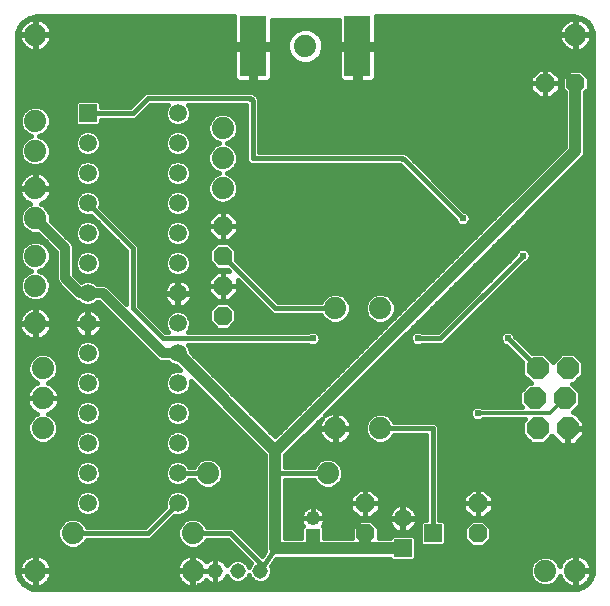
<source format=gbl>
G75*
%MOIN*%
%OFA0B0*%
%FSLAX24Y24*%
%IPPOS*%
%LPD*%
%AMOC8*
5,1,8,0,0,1.08239X$1,22.5*
%
%ADD10C,0.0515*%
%ADD11OC8,0.0740*%
%ADD12C,0.0740*%
%ADD13R,0.0590X0.0590*%
%ADD14C,0.0590*%
%ADD15R,0.0480X0.0480*%
%ADD16C,0.0480*%
%ADD17OC8,0.0630*%
%ADD18R,0.0900X0.2000*%
%ADD19C,0.0320*%
%ADD20C,0.0160*%
%ADD21C,0.0356*%
%ADD22C,0.0400*%
%ADD23C,0.0238*%
%ADD24C,0.0120*%
D10*
X007430Y001930D03*
X008180Y001930D03*
X008930Y001930D03*
D11*
X018080Y007680D03*
X018180Y006680D03*
X019180Y006680D03*
X019080Y007680D03*
X019180Y008680D03*
X018180Y008680D03*
D12*
X012930Y006680D03*
X011430Y006680D03*
X011180Y005180D03*
X007180Y005180D03*
X006680Y003180D03*
X006680Y001930D03*
X002680Y003180D03*
X001430Y001930D03*
X001680Y006680D03*
X001680Y007680D03*
X001680Y008680D03*
X001430Y010180D03*
X001430Y011430D03*
X001430Y012430D03*
X001430Y013680D03*
X001430Y014680D03*
X001430Y015930D03*
X001430Y016930D03*
X001430Y019805D03*
X007680Y016680D03*
X007680Y015680D03*
X007680Y014680D03*
X011430Y010680D03*
X012930Y010680D03*
X018430Y001930D03*
X019430Y001930D03*
X010430Y019430D03*
X019430Y019805D03*
D13*
X014680Y003180D03*
X013680Y002680D03*
X003180Y017180D03*
D14*
X003180Y016180D03*
X003180Y015180D03*
X003180Y014180D03*
X003180Y013180D03*
X003180Y012180D03*
X003180Y011180D03*
X003180Y010180D03*
X003180Y009180D03*
X003180Y008180D03*
X003180Y007180D03*
X003180Y006180D03*
X003180Y005180D03*
X003180Y004180D03*
X006180Y004180D03*
X006180Y005180D03*
X006180Y006180D03*
X006180Y007180D03*
X006180Y008180D03*
X006180Y009180D03*
X006180Y010180D03*
X006180Y011180D03*
X006180Y012180D03*
X006180Y013180D03*
X006180Y014180D03*
X006180Y015180D03*
X006180Y016180D03*
X006180Y017180D03*
X013680Y003680D03*
D15*
X010680Y003090D03*
D16*
X010680Y003680D03*
D17*
X012430Y003180D03*
X012430Y004180D03*
X016180Y004180D03*
X016180Y003180D03*
X007680Y010430D03*
X007680Y011430D03*
X007680Y012430D03*
X007680Y013430D03*
X018430Y018180D03*
X019430Y018180D03*
D18*
X012170Y019420D03*
X008690Y019420D03*
D19*
X002430Y012680D02*
X001430Y013680D01*
X002430Y012680D02*
X002430Y011680D01*
X002930Y011180D01*
X003180Y011180D01*
X003680Y011180D01*
X005680Y009180D01*
X006180Y009180D01*
D20*
X001010Y001510D02*
X001173Y001391D01*
X001366Y001328D01*
X001467Y001320D01*
X019385Y001320D01*
X019486Y001328D01*
X019679Y001391D01*
X019843Y001510D01*
X019962Y001673D01*
X020024Y001866D01*
X020032Y001967D01*
X020032Y019763D01*
X020024Y019864D01*
X019962Y020057D01*
X019843Y020220D01*
X019679Y020340D01*
X019486Y020402D01*
X019385Y020410D01*
X012800Y020410D01*
X012800Y019500D01*
X012250Y019500D01*
X012250Y019340D01*
X012800Y019340D01*
X012800Y018396D01*
X012788Y018351D01*
X012764Y018309D01*
X012731Y018276D01*
X012689Y018252D01*
X012644Y018240D01*
X012250Y018240D01*
X012250Y019340D01*
X012090Y019340D01*
X012090Y018240D01*
X011696Y018240D01*
X011651Y018252D01*
X011609Y018276D01*
X011576Y018309D01*
X011552Y018351D01*
X011540Y018396D01*
X011540Y019340D01*
X012090Y019340D01*
X012090Y019500D01*
X011540Y019500D01*
X011540Y020290D01*
X009320Y020290D01*
X009320Y019500D01*
X008770Y019500D01*
X008770Y019340D01*
X009320Y019340D01*
X009320Y018396D01*
X009308Y018351D01*
X009284Y018309D01*
X009251Y018276D01*
X009209Y018252D01*
X009164Y018240D01*
X008770Y018240D01*
X008770Y019340D01*
X008610Y019340D01*
X008610Y018240D01*
X008216Y018240D01*
X008171Y018252D01*
X008129Y018276D01*
X008096Y018309D01*
X008072Y018351D01*
X008060Y018396D01*
X008060Y019340D01*
X008610Y019340D01*
X008610Y019500D01*
X008060Y019500D01*
X008060Y020410D01*
X001467Y020410D01*
X001366Y020402D01*
X001173Y020340D01*
X001010Y020220D01*
X000891Y020057D01*
X000828Y019864D01*
X000820Y019763D01*
X000820Y001967D01*
X000828Y001866D01*
X000891Y001673D01*
X001010Y001510D01*
X001027Y001497D02*
X001090Y001497D01*
X001072Y001510D02*
X001142Y001460D01*
X001219Y001420D01*
X001301Y001394D01*
X001387Y001380D01*
X001410Y001380D01*
X001410Y001910D01*
X000880Y001910D01*
X000880Y001887D01*
X000894Y001801D01*
X000920Y001719D01*
X000960Y001642D01*
X001010Y001572D01*
X001072Y001510D01*
X000953Y001656D02*
X000904Y001656D01*
X000892Y001814D02*
X000845Y001814D01*
X000880Y001950D02*
X001410Y001950D01*
X001410Y002480D01*
X001387Y002480D01*
X001301Y002466D01*
X001219Y002440D01*
X001142Y002400D01*
X001072Y002350D01*
X001010Y002288D01*
X000960Y002218D01*
X000920Y002141D01*
X000894Y002059D01*
X000880Y001973D01*
X000880Y001950D01*
X000880Y001973D02*
X000820Y001973D01*
X000820Y002131D02*
X000917Y002131D01*
X001012Y002290D02*
X000820Y002290D01*
X000820Y002448D02*
X001244Y002448D01*
X001410Y002448D02*
X001450Y002448D01*
X001450Y002480D02*
X001450Y001950D01*
X001410Y001950D01*
X001410Y001910D01*
X001450Y001910D01*
X001450Y001950D01*
X001980Y001950D01*
X001980Y001973D01*
X001966Y002059D01*
X001940Y002141D01*
X001900Y002218D01*
X001850Y002288D01*
X001788Y002350D01*
X001718Y002400D01*
X001641Y002440D01*
X001559Y002466D01*
X001473Y002480D01*
X001450Y002480D01*
X001616Y002448D02*
X006494Y002448D01*
X006469Y002440D02*
X006392Y002400D01*
X006322Y002350D01*
X006260Y002288D01*
X006210Y002218D01*
X006170Y002141D01*
X006144Y002059D01*
X006130Y001973D01*
X006130Y001950D01*
X006660Y001950D01*
X006660Y002480D01*
X006637Y002480D01*
X006551Y002466D01*
X006469Y002440D01*
X006660Y002448D02*
X006700Y002448D01*
X006700Y002480D02*
X006700Y001950D01*
X006660Y001950D01*
X006660Y001910D01*
X006700Y001910D01*
X006700Y001950D01*
X006993Y001950D01*
X006993Y001930D01*
X006993Y001910D01*
X006700Y001910D01*
X006700Y001380D01*
X006723Y001380D01*
X006809Y001394D01*
X006891Y001420D01*
X006968Y001460D01*
X007038Y001510D01*
X007100Y001572D01*
X007129Y001612D01*
X007145Y001596D01*
X007201Y001556D01*
X007262Y001525D01*
X007328Y001503D01*
X007396Y001493D01*
X007430Y001493D01*
X007430Y001930D01*
X007430Y001930D01*
X007430Y002367D01*
X007464Y002367D01*
X007532Y002357D01*
X007598Y002335D01*
X007659Y002304D01*
X007715Y002264D01*
X007764Y002215D01*
X007804Y002159D01*
X007827Y002115D01*
X007843Y002155D01*
X007955Y002267D01*
X008101Y002327D01*
X008259Y002327D01*
X008405Y002267D01*
X008517Y002155D01*
X008555Y002063D01*
X008593Y002155D01*
X008618Y002180D01*
X007839Y002960D01*
X007141Y002960D01*
X007112Y002891D01*
X006969Y002748D01*
X006781Y002670D01*
X006579Y002670D01*
X006391Y002748D01*
X006248Y002891D01*
X006170Y003079D01*
X006170Y003281D01*
X006248Y003469D01*
X006391Y003612D01*
X006579Y003690D01*
X006781Y003690D01*
X006969Y003612D01*
X007112Y003469D01*
X007141Y003400D01*
X008021Y003400D01*
X008150Y003271D01*
X008150Y003271D01*
X008996Y002425D01*
X009102Y002584D01*
X009090Y002612D01*
X009090Y005789D01*
X006615Y008264D01*
X006615Y008093D01*
X006549Y007934D01*
X006426Y007811D01*
X006267Y007745D01*
X006093Y007745D01*
X005934Y007811D01*
X005811Y007934D01*
X005745Y008093D01*
X005745Y008267D01*
X005811Y008426D01*
X005934Y008549D01*
X006093Y008615D01*
X006264Y008615D01*
X006134Y008745D01*
X006093Y008745D01*
X005934Y008811D01*
X005865Y008880D01*
X005620Y008880D01*
X005510Y008926D01*
X005426Y009010D01*
X003556Y010880D01*
X003495Y010880D01*
X003426Y010811D01*
X003267Y010745D01*
X003093Y010745D01*
X002934Y010811D01*
X002861Y010884D01*
X002760Y010926D01*
X002260Y011426D01*
X002176Y011510D01*
X002130Y011620D01*
X002130Y012556D01*
X001516Y013170D01*
X001329Y013170D01*
X001141Y013248D01*
X000998Y013391D01*
X000920Y013579D01*
X000920Y013781D01*
X000998Y013969D01*
X001141Y014112D01*
X001254Y014159D01*
X001219Y014170D01*
X001142Y014210D01*
X001072Y014260D01*
X001010Y014322D01*
X000960Y014392D01*
X000920Y014469D01*
X000894Y014551D01*
X000880Y014637D01*
X000880Y014660D01*
X001410Y014660D01*
X001410Y014700D01*
X001410Y015230D01*
X001387Y015230D01*
X001301Y015216D01*
X001219Y015190D01*
X001142Y015150D01*
X001072Y015100D01*
X001010Y015038D01*
X000960Y014968D01*
X000920Y014891D01*
X000894Y014809D01*
X000880Y014723D01*
X000880Y014700D01*
X001410Y014700D01*
X001450Y014700D01*
X001450Y015230D01*
X001473Y015230D01*
X001559Y015216D01*
X001641Y015190D01*
X001718Y015150D01*
X001788Y015100D01*
X001850Y015038D01*
X001900Y014968D01*
X001940Y014891D01*
X001966Y014809D01*
X001980Y014723D01*
X001980Y014700D01*
X001450Y014700D01*
X001450Y014660D01*
X001980Y014660D01*
X001980Y014637D01*
X001966Y014551D01*
X001940Y014469D01*
X001900Y014392D01*
X001850Y014322D01*
X001788Y014260D01*
X001718Y014210D01*
X001641Y014170D01*
X001606Y014159D01*
X001719Y014112D01*
X001862Y013969D01*
X001940Y013781D01*
X001940Y013594D01*
X002684Y012850D01*
X002730Y012740D01*
X002730Y011804D01*
X002970Y011564D01*
X003093Y011615D01*
X003267Y011615D01*
X003426Y011549D01*
X003495Y011480D01*
X003740Y011480D01*
X003850Y011434D01*
X004460Y010824D01*
X004460Y012589D01*
X003293Y013756D01*
X003267Y013745D01*
X003093Y013745D01*
X002934Y013811D01*
X002811Y013934D01*
X002745Y014093D01*
X002745Y014267D01*
X002811Y014426D01*
X002934Y014549D01*
X003093Y014615D01*
X003267Y014615D01*
X003426Y014549D01*
X003549Y014426D01*
X003615Y014267D01*
X003615Y014093D01*
X003604Y014067D01*
X004900Y012771D01*
X004900Y010771D01*
X005771Y009900D01*
X005845Y009900D01*
X005811Y009934D01*
X005745Y010093D01*
X005745Y010267D01*
X005811Y010426D01*
X005934Y010549D01*
X006093Y010615D01*
X006267Y010615D01*
X006426Y010549D01*
X006549Y010426D01*
X006615Y010267D01*
X006615Y010093D01*
X006549Y009934D01*
X006515Y009900D01*
X010534Y009900D01*
X010628Y009939D01*
X010732Y009939D01*
X010827Y009900D01*
X010900Y009827D01*
X010939Y009732D01*
X010939Y009628D01*
X010900Y009533D01*
X010827Y009460D01*
X010732Y009421D01*
X010628Y009421D01*
X010534Y009460D01*
X006515Y009460D01*
X006549Y009426D01*
X006615Y009267D01*
X006615Y009226D01*
X009430Y006411D01*
X015737Y012718D01*
X015737Y012718D01*
X019090Y016071D01*
X019090Y017877D01*
X018975Y017992D01*
X018975Y018368D01*
X019242Y018635D01*
X019618Y018635D01*
X019885Y018368D01*
X019885Y017992D01*
X019770Y017877D01*
X019770Y015862D01*
X019718Y015737D01*
X019623Y015642D01*
X016218Y012237D01*
X016218Y012237D01*
X011103Y007122D01*
X011142Y007150D01*
X011219Y007190D01*
X011301Y007216D01*
X011387Y007230D01*
X011421Y007230D01*
X011421Y006689D01*
X011439Y006689D01*
X011439Y007230D01*
X011473Y007230D01*
X011559Y007216D01*
X011641Y007190D01*
X011718Y007150D01*
X011788Y007100D01*
X011850Y007038D01*
X011900Y006968D01*
X011940Y006891D01*
X011966Y006809D01*
X011980Y006723D01*
X011980Y006689D01*
X011439Y006689D01*
X011439Y006671D01*
X011980Y006671D01*
X011980Y006637D01*
X011966Y006551D01*
X011940Y006469D01*
X011900Y006392D01*
X011850Y006322D01*
X011788Y006260D01*
X011718Y006210D01*
X011641Y006170D01*
X011559Y006144D01*
X011473Y006130D01*
X011439Y006130D01*
X011439Y006671D01*
X011421Y006671D01*
X011421Y006130D01*
X011387Y006130D01*
X011301Y006144D01*
X011219Y006170D01*
X011142Y006210D01*
X011072Y006260D01*
X011010Y006322D01*
X010960Y006392D01*
X010920Y006469D01*
X010894Y006551D01*
X010880Y006637D01*
X010880Y006671D01*
X011421Y006671D01*
X011421Y006689D01*
X010880Y006689D01*
X010880Y006723D01*
X010894Y006809D01*
X010920Y006891D01*
X010960Y006968D01*
X010988Y007007D01*
X009770Y005789D01*
X009770Y005400D01*
X010719Y005400D01*
X010748Y005469D01*
X010891Y005612D01*
X011079Y005690D01*
X011281Y005690D01*
X011469Y005612D01*
X011612Y005469D01*
X011690Y005281D01*
X011690Y005079D01*
X011612Y004891D01*
X011469Y004748D01*
X011281Y004670D01*
X011079Y004670D01*
X010891Y004748D01*
X010748Y004891D01*
X010719Y004960D01*
X009770Y004960D01*
X009770Y003020D01*
X010300Y003020D01*
X010300Y003388D01*
X010342Y003430D01*
X010321Y003460D01*
X010291Y003519D01*
X010270Y003582D01*
X010260Y003647D01*
X010260Y003680D01*
X010680Y003680D01*
X010680Y003680D01*
X010680Y004100D01*
X010713Y004100D01*
X010778Y004090D01*
X010841Y004069D01*
X010900Y004039D01*
X010954Y004000D01*
X011000Y003954D01*
X011039Y003900D01*
X011069Y003841D01*
X011090Y003778D01*
X011100Y003713D01*
X011100Y003680D01*
X010680Y003680D01*
X010680Y003680D01*
X011100Y003680D01*
X011100Y003647D01*
X011090Y003582D01*
X011069Y003519D01*
X011039Y003460D01*
X011018Y003430D01*
X011060Y003388D01*
X011060Y003020D01*
X011975Y003020D01*
X011975Y003368D01*
X012242Y003635D01*
X012618Y003635D01*
X012885Y003368D01*
X012885Y003020D01*
X013245Y003020D01*
X013245Y003033D01*
X013327Y003115D01*
X014033Y003115D01*
X014115Y003033D01*
X014115Y002327D01*
X014033Y002245D01*
X013327Y002245D01*
X013245Y002327D01*
X013245Y002340D01*
X009468Y002340D01*
X009297Y002083D01*
X009327Y002009D01*
X009327Y001851D01*
X009267Y001705D01*
X009155Y001593D01*
X009009Y001533D01*
X008851Y001533D01*
X008705Y001593D01*
X008593Y001705D01*
X008555Y001797D01*
X008517Y001705D01*
X008405Y001593D01*
X008259Y001533D01*
X008101Y001533D01*
X007955Y001593D01*
X007843Y001705D01*
X007827Y001745D01*
X007804Y001701D01*
X007764Y001645D01*
X007715Y001596D01*
X007659Y001556D01*
X007598Y001525D01*
X007532Y001503D01*
X007464Y001493D01*
X007430Y001493D01*
X007430Y001930D01*
X007430Y001930D01*
X007430Y002367D01*
X007396Y002367D01*
X007328Y002357D01*
X007262Y002335D01*
X007201Y002304D01*
X007145Y002264D01*
X007129Y002248D01*
X007100Y002288D01*
X007038Y002350D01*
X006968Y002400D01*
X006891Y002440D01*
X006809Y002466D01*
X006723Y002480D01*
X006700Y002480D01*
X006866Y002448D02*
X008351Y002448D01*
X008351Y002290D02*
X008509Y002290D01*
X008527Y002131D02*
X008583Y002131D01*
X008893Y002216D02*
X008906Y002201D01*
X008916Y002185D01*
X008924Y002167D01*
X008928Y002148D01*
X008930Y002128D01*
X008930Y001930D01*
X009430Y002680D01*
X009770Y003082D02*
X010300Y003082D01*
X010300Y003241D02*
X009770Y003241D01*
X009770Y003399D02*
X010311Y003399D01*
X010278Y003558D02*
X009770Y003558D01*
X009770Y003716D02*
X010260Y003716D01*
X010260Y003713D02*
X010260Y003680D01*
X010680Y003680D01*
X010680Y004100D01*
X010647Y004100D01*
X010582Y004090D01*
X010519Y004069D01*
X010460Y004039D01*
X010406Y004000D01*
X010360Y003954D01*
X010321Y003900D01*
X010291Y003841D01*
X010270Y003778D01*
X010260Y003713D01*
X010308Y003875D02*
X009770Y003875D01*
X009770Y004033D02*
X010451Y004033D01*
X010680Y004033D02*
X010680Y004033D01*
X010680Y003875D02*
X010680Y003875D01*
X010680Y003716D02*
X010680Y003716D01*
X010680Y003680D02*
X010680Y003680D01*
X011052Y003875D02*
X012035Y003875D01*
X011935Y003975D02*
X012225Y003685D01*
X012430Y003685D01*
X012635Y003685D01*
X012925Y003975D01*
X012925Y004180D01*
X012925Y004385D01*
X012635Y004675D01*
X012430Y004675D01*
X012430Y004180D01*
X012430Y004180D01*
X012925Y004180D01*
X012430Y004180D01*
X012430Y004180D01*
X012430Y004180D01*
X011935Y004180D01*
X011935Y004385D01*
X012225Y004675D01*
X012430Y004675D01*
X012430Y004180D01*
X012430Y003685D01*
X012430Y004180D01*
X012430Y004180D01*
X011935Y004180D01*
X011935Y003975D01*
X011935Y004033D02*
X010909Y004033D01*
X011100Y003716D02*
X012194Y003716D01*
X012164Y003558D02*
X011082Y003558D01*
X011049Y003399D02*
X012006Y003399D01*
X011975Y003241D02*
X011060Y003241D01*
X011060Y003082D02*
X011975Y003082D01*
X012430Y003716D02*
X012430Y003716D01*
X012430Y003875D02*
X012430Y003875D01*
X012430Y004033D02*
X012430Y004033D01*
X012430Y004192D02*
X012430Y004192D01*
X012430Y004350D02*
X012430Y004350D01*
X012430Y004509D02*
X012430Y004509D01*
X012430Y004667D02*
X012430Y004667D01*
X012643Y004667D02*
X014460Y004667D01*
X014460Y004509D02*
X012802Y004509D01*
X012925Y004350D02*
X014460Y004350D01*
X014460Y004192D02*
X012925Y004192D01*
X012925Y004033D02*
X013361Y004033D01*
X013371Y004042D02*
X013318Y003989D01*
X013274Y003929D01*
X013240Y003862D01*
X013217Y003791D01*
X013205Y003717D01*
X013205Y003698D01*
X013662Y003698D01*
X013662Y004155D01*
X013643Y004155D01*
X013569Y004143D01*
X013498Y004120D01*
X013431Y004086D01*
X013371Y004042D01*
X013246Y003875D02*
X012825Y003875D01*
X012666Y003716D02*
X013205Y003716D01*
X013205Y003662D02*
X013205Y003643D01*
X013217Y003569D01*
X013240Y003498D01*
X013274Y003431D01*
X013318Y003371D01*
X013371Y003318D01*
X013431Y003274D01*
X013498Y003240D01*
X013569Y003217D01*
X013643Y003205D01*
X013662Y003205D01*
X013662Y003662D01*
X013205Y003662D01*
X013220Y003558D02*
X012696Y003558D01*
X012854Y003399D02*
X013297Y003399D01*
X013496Y003241D02*
X012885Y003241D01*
X012885Y003082D02*
X013294Y003082D01*
X013662Y003241D02*
X013698Y003241D01*
X013698Y003205D02*
X013717Y003205D01*
X013791Y003217D01*
X013862Y003240D01*
X013929Y003274D01*
X013989Y003318D01*
X014042Y003371D01*
X014086Y003431D01*
X014120Y003498D01*
X014143Y003569D01*
X014155Y003643D01*
X014155Y003662D01*
X013698Y003662D01*
X013698Y003698D01*
X013662Y003698D01*
X013662Y003662D01*
X013698Y003662D01*
X013698Y003205D01*
X013864Y003241D02*
X014245Y003241D01*
X014245Y003399D02*
X014063Y003399D01*
X014140Y003558D02*
X014270Y003558D01*
X014245Y003533D02*
X014245Y002827D01*
X014327Y002745D01*
X015033Y002745D01*
X015115Y002827D01*
X015115Y003533D01*
X015033Y003615D01*
X014900Y003615D01*
X014900Y006771D01*
X014771Y006900D01*
X013391Y006900D01*
X013362Y006969D01*
X013219Y007112D01*
X013031Y007190D01*
X012829Y007190D01*
X012641Y007112D01*
X012498Y006969D01*
X012420Y006781D01*
X012420Y006579D01*
X012498Y006391D01*
X012641Y006248D01*
X012829Y006170D01*
X013031Y006170D01*
X013219Y006248D01*
X013362Y006391D01*
X013391Y006460D01*
X014460Y006460D01*
X014460Y003615D01*
X014327Y003615D01*
X014245Y003533D01*
X014155Y003698D02*
X014155Y003717D01*
X014143Y003791D01*
X014120Y003862D01*
X014086Y003929D01*
X014042Y003989D01*
X013989Y004042D01*
X013929Y004086D01*
X013862Y004120D01*
X013791Y004143D01*
X013717Y004155D01*
X013698Y004155D01*
X013698Y003698D01*
X014155Y003698D01*
X014155Y003716D02*
X014460Y003716D01*
X014460Y003875D02*
X014114Y003875D01*
X013999Y004033D02*
X014460Y004033D01*
X014900Y004033D02*
X015685Y004033D01*
X015685Y003975D02*
X015975Y003685D01*
X016180Y003685D01*
X016385Y003685D01*
X016675Y003975D01*
X016675Y004180D01*
X016675Y004385D01*
X016385Y004675D01*
X016180Y004675D01*
X016180Y004180D01*
X016180Y004180D01*
X016675Y004180D01*
X016180Y004180D01*
X016180Y004180D01*
X016180Y004180D01*
X015685Y004180D01*
X015685Y004385D01*
X015975Y004675D01*
X016180Y004675D01*
X016180Y004180D01*
X016180Y003685D01*
X016180Y004180D01*
X016180Y004180D01*
X015685Y004180D01*
X015685Y003975D01*
X015785Y003875D02*
X014900Y003875D01*
X014900Y003716D02*
X015944Y003716D01*
X015992Y003635D02*
X015725Y003368D01*
X015725Y002992D01*
X015992Y002725D01*
X016368Y002725D01*
X016635Y002992D01*
X016635Y003368D01*
X016368Y003635D01*
X015992Y003635D01*
X015914Y003558D02*
X015090Y003558D01*
X015115Y003399D02*
X015756Y003399D01*
X015725Y003241D02*
X015115Y003241D01*
X015115Y003082D02*
X015725Y003082D01*
X015793Y002924D02*
X015115Y002924D01*
X015053Y002765D02*
X015952Y002765D01*
X016408Y002765D02*
X020032Y002765D01*
X020032Y002607D02*
X014115Y002607D01*
X014115Y002765D02*
X014307Y002765D01*
X014245Y002924D02*
X014115Y002924D01*
X014066Y003082D02*
X014245Y003082D01*
X014680Y003180D02*
X014680Y006680D01*
X012930Y006680D01*
X012573Y007045D02*
X011843Y007045D01*
X011941Y006886D02*
X012463Y006886D01*
X012420Y006728D02*
X011979Y006728D01*
X011969Y006569D02*
X012424Y006569D01*
X012490Y006411D02*
X011910Y006411D01*
X011777Y006252D02*
X012637Y006252D01*
X013223Y006252D02*
X014460Y006252D01*
X014460Y006094D02*
X010074Y006094D01*
X010233Y006252D02*
X011083Y006252D01*
X010950Y006411D02*
X010391Y006411D01*
X010550Y006569D02*
X010891Y006569D01*
X010881Y006728D02*
X010708Y006728D01*
X010867Y006886D02*
X010919Y006886D01*
X011184Y007203D02*
X011260Y007203D01*
X011421Y007203D02*
X011439Y007203D01*
X011439Y007045D02*
X011421Y007045D01*
X011421Y006886D02*
X011439Y006886D01*
X011439Y006728D02*
X011421Y006728D01*
X011421Y006569D02*
X011439Y006569D01*
X011439Y006411D02*
X011421Y006411D01*
X011421Y006252D02*
X011439Y006252D01*
X011455Y005618D02*
X014460Y005618D01*
X014460Y005460D02*
X011616Y005460D01*
X011682Y005301D02*
X014460Y005301D01*
X014460Y005143D02*
X011690Y005143D01*
X011651Y004984D02*
X014460Y004984D01*
X014460Y004826D02*
X011547Y004826D01*
X011180Y005180D02*
X009430Y005180D01*
X009770Y005460D02*
X010744Y005460D01*
X010905Y005618D02*
X009770Y005618D01*
X009770Y005777D02*
X014460Y005777D01*
X014460Y005935D02*
X009916Y005935D01*
X009588Y006569D02*
X009272Y006569D01*
X009113Y006728D02*
X009747Y006728D01*
X009905Y006886D02*
X008955Y006886D01*
X008796Y007045D02*
X010064Y007045D01*
X010222Y007203D02*
X008638Y007203D01*
X008479Y007362D02*
X010381Y007362D01*
X010539Y007520D02*
X008321Y007520D01*
X008162Y007679D02*
X010698Y007679D01*
X010856Y007837D02*
X008004Y007837D01*
X007845Y007996D02*
X011015Y007996D01*
X011173Y008154D02*
X007687Y008154D01*
X007528Y008313D02*
X011332Y008313D01*
X011490Y008471D02*
X007370Y008471D01*
X007211Y008630D02*
X011649Y008630D01*
X011807Y008788D02*
X007053Y008788D01*
X006894Y008947D02*
X011966Y008947D01*
X012124Y009105D02*
X006736Y009105D01*
X006615Y009264D02*
X012283Y009264D01*
X012441Y009422D02*
X010734Y009422D01*
X010626Y009422D02*
X006551Y009422D01*
X005990Y008788D02*
X003370Y008788D01*
X003426Y008811D02*
X003267Y008745D01*
X003093Y008745D01*
X002934Y008811D01*
X002811Y008934D01*
X002745Y009093D01*
X002745Y009267D01*
X002811Y009426D01*
X002934Y009549D01*
X003093Y009615D01*
X003267Y009615D01*
X003426Y009549D01*
X003549Y009426D01*
X003615Y009267D01*
X003615Y009093D01*
X003549Y008934D01*
X003426Y008811D01*
X003554Y008947D02*
X005489Y008947D01*
X005331Y009105D02*
X003615Y009105D01*
X003615Y009264D02*
X005172Y009264D01*
X005014Y009422D02*
X003551Y009422D01*
X003350Y009581D02*
X004855Y009581D01*
X004697Y009739D02*
X003360Y009739D01*
X003362Y009740D02*
X003429Y009774D01*
X003489Y009818D01*
X003542Y009871D01*
X003586Y009931D01*
X003620Y009998D01*
X003643Y010069D01*
X003655Y010143D01*
X003655Y010162D01*
X003198Y010162D01*
X003198Y010198D01*
X003655Y010198D01*
X003655Y010217D01*
X003643Y010291D01*
X003620Y010362D01*
X003586Y010429D01*
X003542Y010489D01*
X003489Y010542D01*
X003429Y010586D01*
X003362Y010620D01*
X003291Y010643D01*
X003217Y010655D01*
X003198Y010655D01*
X003198Y010198D01*
X003162Y010198D01*
X003162Y010655D01*
X003143Y010655D01*
X003069Y010643D01*
X002998Y010620D01*
X002931Y010586D01*
X002871Y010542D01*
X002818Y010489D01*
X002774Y010429D01*
X002740Y010362D01*
X002717Y010291D01*
X002705Y010217D01*
X002705Y010198D01*
X003162Y010198D01*
X003162Y010162D01*
X003198Y010162D01*
X003198Y009705D01*
X003217Y009705D01*
X003291Y009717D01*
X003362Y009740D01*
X003198Y009739D02*
X003162Y009739D01*
X003162Y009705D02*
X003162Y010162D01*
X002705Y010162D01*
X002705Y010143D01*
X002717Y010069D01*
X002740Y009998D01*
X002774Y009931D01*
X002818Y009871D01*
X002871Y009818D01*
X002931Y009774D01*
X002998Y009740D01*
X003069Y009717D01*
X003143Y009705D01*
X003162Y009705D01*
X003000Y009739D02*
X001759Y009739D01*
X001788Y009760D02*
X001850Y009822D01*
X001900Y009892D01*
X001940Y009969D01*
X001966Y010051D01*
X001980Y010137D01*
X001980Y010160D01*
X001450Y010160D01*
X001450Y010200D01*
X001410Y010200D01*
X001410Y010730D01*
X001387Y010730D01*
X001301Y010716D01*
X001219Y010690D01*
X001142Y010650D01*
X001072Y010600D01*
X001010Y010538D01*
X000960Y010468D01*
X000920Y010391D01*
X000894Y010309D01*
X000880Y010223D01*
X000880Y010200D01*
X001410Y010200D01*
X001410Y010160D01*
X000880Y010160D01*
X000880Y010137D01*
X000894Y010051D01*
X000920Y009969D01*
X000960Y009892D01*
X001010Y009822D01*
X001072Y009760D01*
X001142Y009710D01*
X001219Y009670D01*
X001301Y009644D01*
X001387Y009630D01*
X001410Y009630D01*
X001410Y010160D01*
X001450Y010160D01*
X001450Y009630D01*
X001473Y009630D01*
X001559Y009644D01*
X001641Y009670D01*
X001718Y009710D01*
X001788Y009760D01*
X001903Y009898D02*
X002798Y009898D01*
X002721Y010056D02*
X001967Y010056D01*
X001980Y010200D02*
X001980Y010223D01*
X001966Y010309D01*
X001940Y010391D01*
X001900Y010468D01*
X001850Y010538D01*
X001788Y010600D01*
X001718Y010650D01*
X001641Y010690D01*
X001559Y010716D01*
X001473Y010730D01*
X001450Y010730D01*
X001450Y010200D01*
X001980Y010200D01*
X001980Y010215D02*
X002705Y010215D01*
X002745Y010373D02*
X001946Y010373D01*
X001854Y010532D02*
X002860Y010532D01*
X003162Y010532D02*
X003198Y010532D01*
X003198Y010373D02*
X003162Y010373D01*
X003162Y010215D02*
X003198Y010215D01*
X003198Y010056D02*
X003162Y010056D01*
X003162Y009898D02*
X003198Y009898D01*
X003010Y009581D02*
X000820Y009581D01*
X000820Y009739D02*
X001101Y009739D01*
X000957Y009898D02*
X000820Y009898D01*
X000820Y010056D02*
X000893Y010056D01*
X000880Y010215D02*
X000820Y010215D01*
X000820Y010373D02*
X000914Y010373D01*
X001006Y010532D02*
X000820Y010532D01*
X000820Y010690D02*
X001220Y010690D01*
X001410Y010690D02*
X001450Y010690D01*
X001450Y010532D02*
X001410Y010532D01*
X001410Y010373D02*
X001450Y010373D01*
X001450Y010215D02*
X001410Y010215D01*
X001410Y010056D02*
X001450Y010056D01*
X001450Y009898D02*
X001410Y009898D01*
X001410Y009739D02*
X001450Y009739D01*
X001579Y009190D02*
X001391Y009112D01*
X001248Y008969D01*
X001170Y008781D01*
X001170Y008579D01*
X001248Y008391D01*
X001391Y008248D01*
X001504Y008201D01*
X001469Y008190D01*
X001392Y008150D01*
X001322Y008100D01*
X001260Y008038D01*
X001210Y007968D01*
X001170Y007891D01*
X001144Y007809D01*
X001130Y007723D01*
X001130Y007680D01*
X001680Y007680D01*
X002230Y007680D01*
X002230Y007723D01*
X002216Y007809D01*
X002190Y007891D01*
X002150Y007968D01*
X002100Y008038D01*
X002038Y008100D01*
X001968Y008150D01*
X001891Y008190D01*
X001856Y008201D01*
X001969Y008248D01*
X002112Y008391D01*
X002190Y008579D01*
X002190Y008781D01*
X002112Y008969D01*
X001969Y009112D01*
X001781Y009190D01*
X001579Y009190D01*
X001384Y009105D02*
X000820Y009105D01*
X000820Y008947D02*
X001238Y008947D01*
X001173Y008788D02*
X000820Y008788D01*
X000820Y008630D02*
X001170Y008630D01*
X001215Y008471D02*
X000820Y008471D01*
X000820Y008313D02*
X001326Y008313D01*
X001399Y008154D02*
X000820Y008154D01*
X000820Y007996D02*
X001229Y007996D01*
X001153Y007837D02*
X000820Y007837D01*
X000820Y007679D02*
X001130Y007679D01*
X001130Y007680D02*
X001130Y007637D01*
X001144Y007551D01*
X001170Y007469D01*
X001210Y007392D01*
X001260Y007322D01*
X001322Y007260D01*
X001392Y007210D01*
X001469Y007170D01*
X001504Y007159D01*
X001391Y007112D01*
X001248Y006969D01*
X001170Y006781D01*
X001170Y006579D01*
X001248Y006391D01*
X001391Y006248D01*
X001579Y006170D01*
X001781Y006170D01*
X001969Y006248D01*
X002112Y006391D01*
X002190Y006579D01*
X002190Y006781D01*
X002112Y006969D01*
X001969Y007112D01*
X001856Y007159D01*
X001891Y007170D01*
X001968Y007210D01*
X002038Y007260D01*
X002100Y007322D01*
X002150Y007392D01*
X002190Y007469D01*
X002216Y007551D01*
X002230Y007637D01*
X002230Y007680D01*
X001680Y007680D01*
X001680Y007680D01*
X001680Y007680D01*
X001130Y007680D01*
X001154Y007520D02*
X000820Y007520D01*
X000820Y007362D02*
X001232Y007362D01*
X001405Y007203D02*
X000820Y007203D01*
X000820Y007045D02*
X001323Y007045D01*
X001213Y006886D02*
X000820Y006886D01*
X000820Y006728D02*
X001170Y006728D01*
X001174Y006569D02*
X000820Y006569D01*
X000820Y006411D02*
X001240Y006411D01*
X001387Y006252D02*
X000820Y006252D01*
X000820Y006094D02*
X002745Y006094D01*
X002745Y006093D02*
X002811Y005934D01*
X002934Y005811D01*
X003093Y005745D01*
X003267Y005745D01*
X003426Y005811D01*
X003549Y005934D01*
X003615Y006093D01*
X003615Y006267D01*
X003549Y006426D01*
X003426Y006549D01*
X003267Y006615D01*
X003093Y006615D01*
X002934Y006549D01*
X002811Y006426D01*
X002745Y006267D01*
X002745Y006093D01*
X002745Y006252D02*
X001973Y006252D01*
X002120Y006411D02*
X002805Y006411D01*
X002982Y006569D02*
X002186Y006569D01*
X002190Y006728D02*
X008152Y006728D01*
X007993Y006886D02*
X006501Y006886D01*
X006549Y006934D02*
X006615Y007093D01*
X006615Y007267D01*
X006549Y007426D01*
X006426Y007549D01*
X006267Y007615D01*
X006093Y007615D01*
X005934Y007549D01*
X005811Y007426D01*
X005745Y007267D01*
X005745Y007093D01*
X005811Y006934D01*
X005934Y006811D01*
X006093Y006745D01*
X006267Y006745D01*
X006426Y006811D01*
X006549Y006934D01*
X006595Y007045D02*
X007835Y007045D01*
X007676Y007203D02*
X006615Y007203D01*
X006576Y007362D02*
X007518Y007362D01*
X007359Y007520D02*
X006455Y007520D01*
X006452Y007837D02*
X007042Y007837D01*
X006884Y007996D02*
X006574Y007996D01*
X006615Y008154D02*
X006725Y008154D01*
X006250Y008630D02*
X002190Y008630D01*
X002187Y008788D02*
X002990Y008788D01*
X003093Y008615D02*
X002934Y008549D01*
X002811Y008426D01*
X002745Y008267D01*
X002745Y008093D01*
X002811Y007934D01*
X002934Y007811D01*
X003093Y007745D01*
X003267Y007745D01*
X003426Y007811D01*
X003549Y007934D01*
X003615Y008093D01*
X003615Y008267D01*
X003549Y008426D01*
X003426Y008549D01*
X003267Y008615D01*
X003093Y008615D01*
X002856Y008471D02*
X002145Y008471D01*
X002034Y008313D02*
X002764Y008313D01*
X002745Y008154D02*
X001961Y008154D01*
X002131Y007996D02*
X002786Y007996D01*
X002908Y007837D02*
X002207Y007837D01*
X002230Y007679D02*
X007201Y007679D01*
X006426Y006549D02*
X006267Y006615D01*
X006093Y006615D01*
X005934Y006549D01*
X005811Y006426D01*
X005745Y006267D01*
X005745Y006093D01*
X005811Y005934D01*
X005934Y005811D01*
X006093Y005745D01*
X006267Y005745D01*
X006426Y005811D01*
X006549Y005934D01*
X006615Y006093D01*
X006615Y006267D01*
X006549Y006426D01*
X006426Y006549D01*
X006378Y006569D02*
X008310Y006569D01*
X008469Y006411D02*
X006555Y006411D01*
X006615Y006252D02*
X008627Y006252D01*
X008786Y006094D02*
X006615Y006094D01*
X006549Y005935D02*
X008944Y005935D01*
X009090Y005777D02*
X006343Y005777D01*
X006267Y005615D02*
X006093Y005615D01*
X005934Y005549D01*
X005811Y005426D01*
X005745Y005267D01*
X005745Y005093D01*
X005811Y004934D01*
X005934Y004811D01*
X006093Y004745D01*
X006267Y004745D01*
X006426Y004811D01*
X006549Y004934D01*
X006560Y004960D01*
X006719Y004960D01*
X006748Y004891D01*
X006891Y004748D01*
X007079Y004670D01*
X007281Y004670D01*
X007469Y004748D01*
X007612Y004891D01*
X007690Y005079D01*
X007690Y005281D01*
X007612Y005469D01*
X007469Y005612D01*
X007281Y005690D01*
X007079Y005690D01*
X006891Y005612D01*
X006748Y005469D01*
X006719Y005400D01*
X006560Y005400D01*
X006549Y005426D01*
X006426Y005549D01*
X006267Y005615D01*
X006516Y005460D02*
X006744Y005460D01*
X006905Y005618D02*
X000820Y005618D01*
X000820Y005460D02*
X002844Y005460D01*
X002811Y005426D02*
X002745Y005267D01*
X002745Y005093D01*
X002811Y004934D01*
X002934Y004811D01*
X003093Y004745D01*
X003267Y004745D01*
X003426Y004811D01*
X003549Y004934D01*
X003615Y005093D01*
X003615Y005267D01*
X003549Y005426D01*
X003426Y005549D01*
X003267Y005615D01*
X003093Y005615D01*
X002934Y005549D01*
X002811Y005426D01*
X002759Y005301D02*
X000820Y005301D01*
X000820Y005143D02*
X002745Y005143D01*
X002790Y004984D02*
X000820Y004984D01*
X000820Y004826D02*
X002919Y004826D01*
X003093Y004615D02*
X002934Y004549D01*
X002811Y004426D01*
X002745Y004267D01*
X002745Y004093D01*
X002811Y003934D01*
X002934Y003811D01*
X003093Y003745D01*
X003267Y003745D01*
X003426Y003811D01*
X003549Y003934D01*
X003615Y004093D01*
X003615Y004267D01*
X003549Y004426D01*
X003426Y004549D01*
X003267Y004615D01*
X003093Y004615D01*
X002893Y004509D02*
X000820Y004509D01*
X000820Y004667D02*
X009090Y004667D01*
X009090Y004509D02*
X006467Y004509D01*
X006426Y004549D02*
X006267Y004615D01*
X006093Y004615D01*
X005934Y004549D01*
X005811Y004426D01*
X005745Y004267D01*
X005745Y004093D01*
X005756Y004067D01*
X005089Y003400D01*
X003141Y003400D01*
X003112Y003469D01*
X002969Y003612D01*
X002781Y003690D01*
X002579Y003690D01*
X002391Y003612D01*
X002248Y003469D01*
X002170Y003281D01*
X002170Y003079D01*
X002248Y002891D01*
X002391Y002748D01*
X002579Y002670D01*
X002781Y002670D01*
X002969Y002748D01*
X003112Y002891D01*
X003141Y002960D01*
X005271Y002960D01*
X005400Y003089D01*
X006067Y003756D01*
X006093Y003745D01*
X006267Y003745D01*
X006426Y003811D01*
X006549Y003934D01*
X006615Y004093D01*
X006615Y004267D01*
X006549Y004426D01*
X006426Y004549D01*
X006580Y004350D02*
X009090Y004350D01*
X009090Y004192D02*
X006615Y004192D01*
X006590Y004033D02*
X009090Y004033D01*
X009090Y003875D02*
X006490Y003875D01*
X006336Y003558D02*
X005869Y003558D01*
X006027Y003716D02*
X009090Y003716D01*
X009090Y003558D02*
X007024Y003558D01*
X006680Y003180D02*
X007930Y003180D01*
X008893Y002217D01*
X008973Y002448D02*
X009011Y002448D01*
X009092Y002607D02*
X008815Y002607D01*
X008656Y002765D02*
X009090Y002765D01*
X009090Y002924D02*
X008498Y002924D01*
X008339Y003082D02*
X009090Y003082D01*
X009090Y003241D02*
X008181Y003241D01*
X008022Y003399D02*
X009090Y003399D01*
X009770Y004192D02*
X011935Y004192D01*
X011935Y004350D02*
X009770Y004350D01*
X009770Y004509D02*
X012058Y004509D01*
X012217Y004667D02*
X009770Y004667D01*
X009770Y004826D02*
X010813Y004826D01*
X009090Y004826D02*
X007547Y004826D01*
X007651Y004984D02*
X009090Y004984D01*
X009090Y005143D02*
X007690Y005143D01*
X007682Y005301D02*
X009090Y005301D01*
X009090Y005460D02*
X007616Y005460D01*
X007455Y005618D02*
X009090Y005618D01*
X007180Y005180D02*
X006180Y005180D01*
X005790Y004984D02*
X003570Y004984D01*
X003615Y005143D02*
X005745Y005143D01*
X005759Y005301D02*
X003601Y005301D01*
X003516Y005460D02*
X005844Y005460D01*
X006017Y005777D02*
X003343Y005777D01*
X003549Y005935D02*
X005811Y005935D01*
X005745Y006094D02*
X003615Y006094D01*
X003615Y006252D02*
X005745Y006252D01*
X005805Y006411D02*
X003555Y006411D01*
X003378Y006569D02*
X005982Y006569D01*
X005859Y006886D02*
X003501Y006886D01*
X003549Y006934D02*
X003615Y007093D01*
X003615Y007267D01*
X003549Y007426D01*
X003426Y007549D01*
X003267Y007615D01*
X003093Y007615D01*
X002934Y007549D01*
X002811Y007426D01*
X002745Y007267D01*
X002745Y007093D01*
X002811Y006934D01*
X002934Y006811D01*
X003093Y006745D01*
X003267Y006745D01*
X003426Y006811D01*
X003549Y006934D01*
X003595Y007045D02*
X005765Y007045D01*
X005745Y007203D02*
X003615Y007203D01*
X003576Y007362D02*
X005784Y007362D01*
X005905Y007520D02*
X003455Y007520D01*
X003452Y007837D02*
X005908Y007837D01*
X005786Y007996D02*
X003574Y007996D01*
X003615Y008154D02*
X005745Y008154D01*
X005764Y008313D02*
X003596Y008313D01*
X003504Y008471D02*
X005856Y008471D01*
X005680Y009680D02*
X004680Y010680D01*
X004680Y012680D01*
X003180Y014180D01*
X002879Y014494D02*
X001948Y014494D01*
X001980Y014653D02*
X007170Y014653D01*
X007170Y014579D02*
X007248Y014391D01*
X007391Y014248D01*
X007579Y014170D01*
X007781Y014170D01*
X007969Y014248D01*
X008112Y014391D01*
X008190Y014579D01*
X008190Y014781D01*
X008112Y014969D01*
X007969Y015112D01*
X007806Y015180D01*
X007969Y015248D01*
X008112Y015391D01*
X008190Y015579D01*
X008190Y015781D01*
X008112Y015969D01*
X007969Y016112D01*
X007806Y016180D01*
X007969Y016248D01*
X008112Y016391D01*
X008190Y016579D01*
X008190Y016781D01*
X008112Y016969D01*
X007969Y017112D01*
X007781Y017190D01*
X007579Y017190D01*
X007391Y017112D01*
X007248Y016969D01*
X007170Y016781D01*
X007170Y016579D01*
X007248Y016391D01*
X007391Y016248D01*
X007554Y016180D01*
X007391Y016112D01*
X007248Y015969D01*
X007170Y015781D01*
X007170Y015579D01*
X007248Y015391D01*
X007391Y015248D01*
X007554Y015180D01*
X007391Y015112D01*
X007248Y014969D01*
X007170Y014781D01*
X007170Y014579D01*
X007205Y014494D02*
X006481Y014494D01*
X006426Y014549D02*
X006267Y014615D01*
X006093Y014615D01*
X005934Y014549D01*
X005811Y014426D01*
X005745Y014267D01*
X005745Y014093D01*
X005811Y013934D01*
X005934Y013811D01*
X006093Y013745D01*
X006267Y013745D01*
X006426Y013811D01*
X006549Y013934D01*
X006615Y014093D01*
X006615Y014267D01*
X006549Y014426D01*
X006426Y014549D01*
X006267Y014745D02*
X006426Y014811D01*
X007182Y014811D01*
X007248Y014970D02*
X006564Y014970D01*
X006549Y014934D02*
X006615Y015093D01*
X006615Y015267D01*
X006549Y015426D01*
X006426Y015549D01*
X006267Y015615D01*
X006093Y015615D01*
X005934Y015549D01*
X005811Y015426D01*
X005745Y015267D01*
X005745Y015093D01*
X005811Y014934D01*
X005934Y014811D01*
X003426Y014811D01*
X003549Y014934D01*
X003615Y015093D01*
X003615Y015267D01*
X003549Y015426D01*
X003426Y015549D01*
X003267Y015615D01*
X003093Y015615D01*
X002934Y015549D01*
X002811Y015426D01*
X002745Y015267D01*
X002745Y015093D01*
X002811Y014934D01*
X002934Y014811D01*
X001966Y014811D01*
X001899Y014970D02*
X002796Y014970D01*
X002745Y015128D02*
X001749Y015128D01*
X001592Y015445D02*
X002830Y015445D01*
X002753Y015287D02*
X000820Y015287D01*
X000820Y015445D02*
X001268Y015445D01*
X001329Y015420D02*
X001141Y015498D01*
X000998Y015641D01*
X000920Y015829D01*
X000920Y016031D01*
X000998Y016219D01*
X001141Y016362D01*
X001304Y016430D01*
X001141Y016498D01*
X000998Y016641D01*
X000920Y016829D01*
X000920Y017031D01*
X000998Y017219D01*
X001141Y017362D01*
X001329Y017440D01*
X001531Y017440D01*
X001719Y017362D01*
X001862Y017219D01*
X001940Y017031D01*
X001940Y016829D01*
X001862Y016641D01*
X001719Y016498D01*
X001556Y016430D01*
X001719Y016362D01*
X001862Y016219D01*
X001940Y016031D01*
X001940Y015829D01*
X001862Y015641D01*
X001719Y015498D01*
X001531Y015420D01*
X001329Y015420D01*
X001410Y015128D02*
X001450Y015128D01*
X001450Y014970D02*
X001410Y014970D01*
X001410Y014811D02*
X001450Y014811D01*
X001111Y015128D02*
X000820Y015128D01*
X000820Y014970D02*
X000961Y014970D01*
X000894Y014811D02*
X000820Y014811D01*
X000820Y014653D02*
X000880Y014653D01*
X000912Y014494D02*
X000820Y014494D01*
X000820Y014336D02*
X001000Y014336D01*
X000820Y014177D02*
X001206Y014177D01*
X001047Y014019D02*
X000820Y014019D01*
X000820Y013860D02*
X000953Y013860D01*
X000920Y013702D02*
X000820Y013702D01*
X000820Y013543D02*
X000935Y013543D01*
X001004Y013385D02*
X000820Y013385D01*
X000820Y013226D02*
X001193Y013226D01*
X001329Y012940D02*
X001141Y012862D01*
X000998Y012719D01*
X000920Y012531D01*
X000920Y012329D01*
X000998Y012141D01*
X001141Y011998D01*
X001304Y011930D01*
X001141Y011862D01*
X000998Y011719D01*
X000920Y011531D01*
X000920Y011329D01*
X000998Y011141D01*
X001141Y010998D01*
X001329Y010920D01*
X001531Y010920D01*
X001719Y010998D01*
X001862Y011141D01*
X001940Y011329D01*
X001940Y011531D01*
X001862Y011719D01*
X001719Y011862D01*
X001556Y011930D01*
X001719Y011998D01*
X001862Y012141D01*
X001940Y012329D01*
X001940Y012531D01*
X001862Y012719D01*
X001719Y012862D01*
X001531Y012940D01*
X001329Y012940D01*
X001254Y012909D02*
X000820Y012909D01*
X000820Y012751D02*
X001029Y012751D01*
X000945Y012592D02*
X000820Y012592D01*
X000820Y012434D02*
X000920Y012434D01*
X000942Y012275D02*
X000820Y012275D01*
X000820Y012117D02*
X001022Y012117D01*
X000820Y011958D02*
X001237Y011958D01*
X001078Y011800D02*
X000820Y011800D01*
X000820Y011641D02*
X000965Y011641D01*
X000920Y011483D02*
X000820Y011483D01*
X000820Y011324D02*
X000922Y011324D01*
X000988Y011166D02*
X000820Y011166D01*
X000820Y011007D02*
X001132Y011007D01*
X000820Y010849D02*
X002896Y010849D01*
X002679Y011007D02*
X001728Y011007D01*
X001872Y011166D02*
X002520Y011166D01*
X002362Y011324D02*
X001938Y011324D01*
X001940Y011483D02*
X002203Y011483D01*
X002130Y011641D02*
X001895Y011641D01*
X001782Y011800D02*
X002130Y011800D01*
X002130Y011958D02*
X001623Y011958D01*
X001838Y012117D02*
X002130Y012117D01*
X002130Y012275D02*
X001918Y012275D01*
X001940Y012434D02*
X002130Y012434D01*
X002094Y012592D02*
X001915Y012592D01*
X001935Y012751D02*
X001831Y012751D01*
X001777Y012909D02*
X001606Y012909D01*
X001618Y013068D02*
X000820Y013068D01*
X001907Y013860D02*
X002885Y013860D01*
X002776Y014019D02*
X001813Y014019D01*
X001654Y014177D02*
X002745Y014177D01*
X002774Y014336D02*
X001860Y014336D01*
X001940Y013702D02*
X003347Y013702D01*
X003267Y013615D02*
X003093Y013615D01*
X002934Y013549D01*
X002811Y013426D01*
X002745Y013267D01*
X002745Y013093D01*
X002811Y012934D01*
X002934Y012811D01*
X003093Y012745D01*
X003267Y012745D01*
X003426Y012811D01*
X003549Y012934D01*
X003615Y013093D01*
X003615Y013267D01*
X003549Y013426D01*
X003426Y013549D01*
X003267Y013615D01*
X003432Y013543D02*
X003506Y013543D01*
X003566Y013385D02*
X003664Y013385D01*
X003615Y013226D02*
X003823Y013226D01*
X003981Y013068D02*
X003604Y013068D01*
X003524Y012909D02*
X004140Y012909D01*
X004298Y012751D02*
X003280Y012751D01*
X003267Y012615D02*
X003093Y012615D01*
X002934Y012549D01*
X002811Y012426D01*
X002745Y012267D01*
X002745Y012093D01*
X002811Y011934D01*
X002934Y011811D01*
X003093Y011745D01*
X003267Y011745D01*
X003426Y011811D01*
X003549Y011934D01*
X003615Y012093D01*
X003615Y012267D01*
X003549Y012426D01*
X003426Y012549D01*
X003267Y012615D01*
X003322Y012592D02*
X004457Y012592D01*
X004460Y012434D02*
X003542Y012434D01*
X003611Y012275D02*
X004460Y012275D01*
X004460Y012117D02*
X003615Y012117D01*
X003559Y011958D02*
X004460Y011958D01*
X004460Y011800D02*
X003398Y011800D01*
X003493Y011483D02*
X004460Y011483D01*
X004460Y011641D02*
X002893Y011641D01*
X002962Y011800D02*
X002735Y011800D01*
X002730Y011958D02*
X002801Y011958D01*
X002745Y012117D02*
X002730Y012117D01*
X002730Y012275D02*
X002749Y012275D01*
X002730Y012434D02*
X002818Y012434D01*
X002730Y012592D02*
X003038Y012592D01*
X003080Y012751D02*
X002726Y012751D01*
X002625Y012909D02*
X002836Y012909D01*
X002756Y013068D02*
X002467Y013068D01*
X002308Y013226D02*
X002745Y013226D01*
X002794Y013385D02*
X002150Y013385D01*
X001991Y013543D02*
X002928Y013543D01*
X003615Y014177D02*
X005745Y014177D01*
X005774Y014336D02*
X003586Y014336D01*
X003481Y014494D02*
X005879Y014494D01*
X005934Y014811D02*
X006093Y014745D01*
X006267Y014745D01*
X006426Y014811D02*
X006549Y014934D01*
X006615Y015128D02*
X007429Y015128D01*
X007352Y015287D02*
X006607Y015287D01*
X006530Y015445D02*
X007225Y015445D01*
X007170Y015604D02*
X006294Y015604D01*
X006267Y015745D02*
X006426Y015811D01*
X006549Y015934D01*
X006615Y016093D01*
X006615Y016267D01*
X006549Y016426D01*
X006426Y016549D01*
X006267Y016615D01*
X006093Y016615D01*
X005934Y016549D01*
X005811Y016426D01*
X005745Y016267D01*
X005745Y016093D01*
X005811Y015934D01*
X005934Y015811D01*
X006093Y015745D01*
X006267Y015745D01*
X006308Y015762D02*
X007170Y015762D01*
X007228Y015921D02*
X006536Y015921D01*
X006609Y016079D02*
X007358Y016079D01*
X007416Y016238D02*
X006615Y016238D01*
X006561Y016396D02*
X007246Y016396D01*
X007180Y016555D02*
X006413Y016555D01*
X006267Y016745D02*
X006426Y016811D01*
X006549Y016934D01*
X006615Y017093D01*
X006615Y017267D01*
X006549Y017426D01*
X006515Y017460D01*
X008460Y017460D01*
X008460Y015589D01*
X008589Y015460D01*
X013589Y015460D01*
X015421Y013628D01*
X015460Y013533D01*
X015533Y013460D01*
X015628Y013421D01*
X015732Y013421D01*
X015827Y013460D01*
X015900Y013533D01*
X015939Y013628D01*
X015939Y013732D01*
X015900Y013827D01*
X015827Y013900D01*
X015732Y013939D01*
X013808Y015863D01*
X013785Y015863D01*
X013735Y015884D01*
X013719Y015900D01*
X008900Y015900D01*
X008900Y017647D01*
X008808Y017808D01*
X008647Y017900D01*
X005089Y017900D01*
X004960Y017771D01*
X004589Y017400D01*
X003615Y017400D01*
X003615Y017533D01*
X003533Y017615D01*
X002827Y017615D01*
X002745Y017533D01*
X002745Y016827D01*
X002827Y016745D01*
X003533Y016745D01*
X003615Y016827D01*
X003615Y016960D01*
X004771Y016960D01*
X005271Y017460D01*
X005845Y017460D01*
X005811Y017426D01*
X005745Y017267D01*
X005745Y017093D01*
X005811Y016934D01*
X005934Y016811D01*
X006093Y016745D01*
X006267Y016745D01*
X006487Y016872D02*
X007207Y016872D01*
X007170Y016713D02*
X001892Y016713D01*
X001940Y016872D02*
X002745Y016872D01*
X002745Y017030D02*
X001940Y017030D01*
X001875Y017189D02*
X002745Y017189D01*
X002745Y017347D02*
X001734Y017347D01*
X001126Y017347D02*
X000820Y017347D01*
X000820Y017189D02*
X000985Y017189D01*
X000920Y017030D02*
X000820Y017030D01*
X000820Y016872D02*
X000920Y016872D01*
X000968Y016713D02*
X000820Y016713D01*
X000820Y016555D02*
X001084Y016555D01*
X001222Y016396D02*
X000820Y016396D01*
X000820Y016238D02*
X001016Y016238D01*
X000940Y016079D02*
X000820Y016079D01*
X000820Y015921D02*
X000920Y015921D01*
X000948Y015762D02*
X000820Y015762D01*
X000820Y015604D02*
X001035Y015604D01*
X001638Y016396D02*
X002799Y016396D01*
X002811Y016426D02*
X002745Y016267D01*
X002745Y016093D01*
X002811Y015934D01*
X002934Y015811D01*
X003093Y015745D01*
X003267Y015745D01*
X003426Y015811D01*
X003549Y015934D01*
X003615Y016093D01*
X003615Y016267D01*
X003549Y016426D01*
X003426Y016549D01*
X003267Y016615D01*
X003093Y016615D01*
X002934Y016549D01*
X002811Y016426D01*
X002947Y016555D02*
X001776Y016555D01*
X001844Y016238D02*
X002745Y016238D01*
X002751Y016079D02*
X001920Y016079D01*
X001940Y015921D02*
X002824Y015921D01*
X003052Y015762D02*
X001912Y015762D01*
X001825Y015604D02*
X003066Y015604D01*
X003294Y015604D02*
X006066Y015604D01*
X006052Y015762D02*
X003308Y015762D01*
X003536Y015921D02*
X005824Y015921D01*
X005751Y016079D02*
X003609Y016079D01*
X003615Y016238D02*
X005745Y016238D01*
X005799Y016396D02*
X003561Y016396D01*
X003413Y016555D02*
X005947Y016555D01*
X005873Y016872D02*
X003615Y016872D01*
X003180Y017180D02*
X004680Y017180D01*
X005180Y017680D01*
X008555Y017680D01*
X008575Y017678D01*
X008594Y017674D01*
X008612Y017666D01*
X008628Y017656D01*
X008643Y017643D01*
X008656Y017628D01*
X008666Y017612D01*
X008674Y017594D01*
X008678Y017575D01*
X008680Y017555D01*
X008680Y015680D01*
X013628Y015680D01*
X013717Y015643D02*
X015680Y013680D01*
X015866Y013860D02*
X016879Y013860D01*
X016721Y013702D02*
X015939Y013702D01*
X015904Y013543D02*
X016562Y013543D01*
X016404Y013385D02*
X008175Y013385D01*
X008175Y013430D02*
X007680Y013430D01*
X007680Y013430D01*
X007680Y013925D01*
X007885Y013925D01*
X008175Y013635D01*
X008175Y013430D01*
X007680Y013430D01*
X007680Y013430D01*
X007680Y013430D01*
X007185Y013430D01*
X007185Y013635D01*
X007475Y013925D01*
X007680Y013925D01*
X007680Y013430D01*
X007680Y012935D01*
X007885Y012935D01*
X008175Y013225D01*
X008175Y013430D01*
X008175Y013543D02*
X015456Y013543D01*
X015347Y013702D02*
X008109Y013702D01*
X007950Y013860D02*
X015189Y013860D01*
X015030Y014019D02*
X006584Y014019D01*
X006615Y014177D02*
X007562Y014177D01*
X007798Y014177D02*
X014872Y014177D01*
X014713Y014336D02*
X008057Y014336D01*
X008155Y014494D02*
X014555Y014494D01*
X014396Y014653D02*
X008190Y014653D01*
X008178Y014811D02*
X014238Y014811D01*
X014079Y014970D02*
X008112Y014970D01*
X007931Y015128D02*
X013921Y015128D01*
X013762Y015287D02*
X008008Y015287D01*
X008135Y015445D02*
X013604Y015445D01*
X013716Y015643D02*
X013701Y015656D01*
X013685Y015666D01*
X013667Y015674D01*
X013648Y015678D01*
X013628Y015680D01*
X013909Y015762D02*
X018781Y015762D01*
X018623Y015604D02*
X014068Y015604D01*
X014226Y015445D02*
X018464Y015445D01*
X018306Y015287D02*
X014385Y015287D01*
X014543Y015128D02*
X018147Y015128D01*
X017989Y014970D02*
X014702Y014970D01*
X014860Y014811D02*
X017830Y014811D01*
X017672Y014653D02*
X015019Y014653D01*
X015177Y014494D02*
X017513Y014494D01*
X017355Y014336D02*
X015336Y014336D01*
X015494Y014177D02*
X017196Y014177D01*
X017038Y014019D02*
X015653Y014019D01*
X016245Y013226D02*
X008175Y013226D01*
X008018Y013068D02*
X016087Y013068D01*
X015928Y012909D02*
X006524Y012909D01*
X006549Y012934D02*
X006615Y013093D01*
X006615Y013267D01*
X006549Y013426D01*
X006426Y013549D01*
X006267Y013615D01*
X006093Y013615D01*
X005934Y013549D01*
X005811Y013426D01*
X005745Y013267D01*
X005745Y013093D01*
X005811Y012934D01*
X005934Y012811D01*
X006093Y012745D01*
X006267Y012745D01*
X006426Y012811D01*
X006549Y012934D01*
X006604Y013068D02*
X007342Y013068D01*
X007475Y012935D02*
X007185Y013225D01*
X007185Y013430D01*
X007680Y013430D01*
X007680Y013430D01*
X007680Y012935D01*
X007475Y012935D01*
X007492Y012885D02*
X007225Y012618D01*
X007225Y012242D01*
X007492Y011975D01*
X007824Y011975D01*
X007874Y011925D01*
X007680Y011925D01*
X007680Y011430D01*
X008175Y011430D01*
X008175Y011624D01*
X009339Y010460D01*
X010969Y010460D01*
X010998Y010391D01*
X011141Y010248D01*
X011329Y010170D01*
X011531Y010170D01*
X011719Y010248D01*
X011862Y010391D01*
X011940Y010579D01*
X011940Y010781D01*
X011862Y010969D01*
X011719Y011112D01*
X011531Y011190D01*
X011329Y011190D01*
X011141Y011112D01*
X010998Y010969D01*
X010969Y010900D01*
X009521Y010900D01*
X008135Y012286D01*
X008135Y012618D01*
X007868Y012885D01*
X007492Y012885D01*
X007357Y012751D02*
X006280Y012751D01*
X006267Y012615D02*
X006093Y012615D01*
X005934Y012549D01*
X005811Y012426D01*
X005745Y012267D01*
X005745Y012093D01*
X005811Y011934D01*
X005934Y011811D01*
X006093Y011745D01*
X006267Y011745D01*
X006426Y011811D01*
X006549Y011934D01*
X006615Y012093D01*
X006615Y012267D01*
X006549Y012426D01*
X006426Y012549D01*
X006267Y012615D01*
X006322Y012592D02*
X007225Y012592D01*
X007225Y012434D02*
X006542Y012434D01*
X006611Y012275D02*
X007225Y012275D01*
X007350Y012117D02*
X006615Y012117D01*
X006559Y011958D02*
X007841Y011958D01*
X007680Y011925D02*
X007475Y011925D01*
X007185Y011635D01*
X007185Y011430D01*
X007680Y011430D01*
X007680Y011430D01*
X007680Y011430D01*
X008175Y011430D01*
X008175Y011225D01*
X007885Y010935D01*
X007680Y010935D01*
X007680Y011430D01*
X007680Y011430D01*
X007680Y011430D01*
X007680Y011925D01*
X007680Y011800D02*
X007680Y011800D01*
X007680Y011641D02*
X007680Y011641D01*
X007680Y011483D02*
X007680Y011483D01*
X007680Y011430D02*
X007185Y011430D01*
X007185Y011225D01*
X007475Y010935D01*
X007680Y010935D01*
X007680Y011430D01*
X007680Y011324D02*
X007680Y011324D01*
X007680Y011166D02*
X007680Y011166D01*
X007680Y011007D02*
X007680Y011007D01*
X007868Y010885D02*
X007492Y010885D01*
X007225Y010618D01*
X007225Y010242D01*
X007492Y009975D01*
X007868Y009975D01*
X008135Y010242D01*
X008135Y010618D01*
X007868Y010885D01*
X007905Y010849D02*
X008950Y010849D01*
X008792Y011007D02*
X007957Y011007D01*
X008116Y011166D02*
X008633Y011166D01*
X008475Y011324D02*
X008175Y011324D01*
X008175Y011483D02*
X008316Y011483D01*
X008622Y011800D02*
X014819Y011800D01*
X014977Y011958D02*
X008463Y011958D01*
X008305Y012117D02*
X015136Y012117D01*
X015294Y012275D02*
X008146Y012275D01*
X008135Y012434D02*
X015453Y012434D01*
X015611Y012592D02*
X008135Y012592D01*
X008003Y012751D02*
X015770Y012751D01*
X016256Y012275D02*
X017214Y012275D01*
X017372Y012434D02*
X016414Y012434D01*
X016573Y012592D02*
X017476Y012592D01*
X017460Y012577D02*
X017421Y012482D01*
X014839Y009900D01*
X014326Y009900D01*
X014232Y009939D01*
X014128Y009939D01*
X014033Y009900D01*
X013960Y009827D01*
X013921Y009732D01*
X013921Y009628D01*
X013960Y009533D01*
X014033Y009460D01*
X014128Y009421D01*
X014232Y009421D01*
X014326Y009460D01*
X015021Y009460D01*
X015150Y009589D01*
X017732Y012171D01*
X017827Y012210D01*
X017900Y012283D01*
X017939Y012378D01*
X017939Y012482D01*
X017900Y012577D01*
X017827Y012650D01*
X017732Y012689D01*
X017628Y012689D01*
X017533Y012650D01*
X017460Y012577D01*
X017680Y012430D02*
X014930Y009680D01*
X014180Y009680D01*
X013941Y009581D02*
X013561Y009581D01*
X013720Y009739D02*
X013924Y009739D01*
X013878Y009898D02*
X014031Y009898D01*
X014037Y010056D02*
X014995Y010056D01*
X015153Y010215D02*
X014195Y010215D01*
X014354Y010373D02*
X015312Y010373D01*
X015470Y010532D02*
X014512Y010532D01*
X014671Y010690D02*
X015629Y010690D01*
X015787Y010849D02*
X014829Y010849D01*
X014988Y011007D02*
X015946Y011007D01*
X016104Y011166D02*
X015146Y011166D01*
X015305Y011324D02*
X016263Y011324D01*
X016421Y011483D02*
X015463Y011483D01*
X015622Y011641D02*
X016580Y011641D01*
X016738Y011800D02*
X015780Y011800D01*
X015939Y011958D02*
X016897Y011958D01*
X017055Y012117D02*
X016097Y012117D01*
X016731Y012751D02*
X020032Y012751D01*
X020032Y012909D02*
X016890Y012909D01*
X017048Y013068D02*
X020032Y013068D01*
X020032Y013226D02*
X017207Y013226D01*
X017365Y013385D02*
X020032Y013385D01*
X020032Y013543D02*
X017524Y013543D01*
X017682Y013702D02*
X020032Y013702D01*
X020032Y013860D02*
X017841Y013860D01*
X017999Y014019D02*
X020032Y014019D01*
X020032Y014177D02*
X018158Y014177D01*
X018316Y014336D02*
X020032Y014336D01*
X020032Y014494D02*
X018475Y014494D01*
X018633Y014653D02*
X020032Y014653D01*
X020032Y014811D02*
X018792Y014811D01*
X018950Y014970D02*
X020032Y014970D01*
X020032Y015128D02*
X019109Y015128D01*
X019267Y015287D02*
X020032Y015287D01*
X020032Y015445D02*
X019426Y015445D01*
X019584Y015604D02*
X020032Y015604D01*
X020032Y015762D02*
X019728Y015762D01*
X019770Y015921D02*
X020032Y015921D01*
X020032Y016079D02*
X019770Y016079D01*
X019770Y016238D02*
X020032Y016238D01*
X020032Y016396D02*
X019770Y016396D01*
X019770Y016555D02*
X020032Y016555D01*
X020032Y016713D02*
X019770Y016713D01*
X019770Y016872D02*
X020032Y016872D01*
X020032Y017030D02*
X019770Y017030D01*
X019770Y017189D02*
X020032Y017189D01*
X020032Y017347D02*
X019770Y017347D01*
X019770Y017506D02*
X020032Y017506D01*
X020032Y017664D02*
X019770Y017664D01*
X019770Y017823D02*
X020032Y017823D01*
X020032Y017981D02*
X019874Y017981D01*
X019885Y018140D02*
X020032Y018140D01*
X020032Y018298D02*
X019885Y018298D01*
X019797Y018457D02*
X020032Y018457D01*
X020032Y018615D02*
X019638Y018615D01*
X019222Y018615D02*
X018695Y018615D01*
X018635Y018675D02*
X018430Y018675D01*
X018430Y018180D01*
X018925Y018180D01*
X018925Y018385D01*
X018635Y018675D01*
X018430Y018675D02*
X018225Y018675D01*
X017935Y018385D01*
X017935Y018180D01*
X018430Y018180D01*
X018430Y018180D01*
X018430Y018180D01*
X018925Y018180D01*
X018925Y017975D01*
X018635Y017685D01*
X018430Y017685D01*
X018430Y018180D01*
X018430Y018180D01*
X018430Y018180D01*
X018430Y018675D01*
X018430Y018615D02*
X018430Y018615D01*
X018430Y018457D02*
X018430Y018457D01*
X018430Y018298D02*
X018430Y018298D01*
X018430Y018180D02*
X017935Y018180D01*
X017935Y017975D01*
X018225Y017685D01*
X018430Y017685D01*
X018430Y018180D01*
X018430Y018140D02*
X018430Y018140D01*
X018430Y017981D02*
X018430Y017981D01*
X018430Y017823D02*
X018430Y017823D01*
X018773Y017823D02*
X019090Y017823D01*
X019090Y017664D02*
X008890Y017664D01*
X008900Y017506D02*
X019090Y017506D01*
X019090Y017347D02*
X008900Y017347D01*
X008900Y017189D02*
X019090Y017189D01*
X019090Y017030D02*
X008900Y017030D01*
X008900Y016872D02*
X019090Y016872D01*
X019090Y016713D02*
X008900Y016713D01*
X008900Y016555D02*
X019090Y016555D01*
X019090Y016396D02*
X008900Y016396D01*
X008900Y016238D02*
X019090Y016238D01*
X019090Y016079D02*
X008900Y016079D01*
X008900Y015921D02*
X018940Y015921D01*
X018087Y017823D02*
X008782Y017823D01*
X008808Y017808D02*
X008808Y017808D01*
X008808Y017808D01*
X008770Y018298D02*
X008610Y018298D01*
X008610Y018457D02*
X008770Y018457D01*
X008770Y018615D02*
X008610Y018615D01*
X008610Y018774D02*
X008770Y018774D01*
X008770Y018932D02*
X008610Y018932D01*
X008610Y019091D02*
X008770Y019091D01*
X008770Y019249D02*
X008610Y019249D01*
X008610Y019408D02*
X001811Y019408D01*
X001788Y019385D02*
X001850Y019447D01*
X001900Y019517D01*
X001940Y019594D01*
X001966Y019676D01*
X001980Y019762D01*
X001980Y019785D01*
X001450Y019785D01*
X001450Y019825D01*
X001410Y019825D01*
X001410Y020355D01*
X001387Y020355D01*
X001301Y020341D01*
X001219Y020315D01*
X001142Y020275D01*
X001072Y020224D01*
X001010Y020163D01*
X000960Y020093D01*
X000920Y020016D01*
X000894Y019934D01*
X000880Y019848D01*
X000880Y019825D01*
X001410Y019825D01*
X001410Y019785D01*
X000880Y019785D01*
X000880Y019762D01*
X000894Y019676D01*
X000920Y019594D01*
X000960Y019517D01*
X001010Y019447D01*
X001072Y019385D01*
X001142Y019334D01*
X001219Y019295D01*
X001301Y019268D01*
X001387Y019255D01*
X001410Y019255D01*
X001410Y019785D01*
X001450Y019785D01*
X001450Y019255D01*
X001473Y019255D01*
X001559Y019268D01*
X001641Y019295D01*
X001718Y019334D01*
X001788Y019385D01*
X001926Y019566D02*
X008060Y019566D01*
X008060Y019725D02*
X001974Y019725D01*
X001980Y019825D02*
X001980Y019848D01*
X001966Y019934D01*
X001940Y020016D01*
X001900Y020093D01*
X001850Y020163D01*
X001788Y020224D01*
X001718Y020275D01*
X001641Y020315D01*
X001559Y020341D01*
X001473Y020355D01*
X001450Y020355D01*
X001450Y019825D01*
X001980Y019825D01*
X001974Y019883D02*
X008060Y019883D01*
X008060Y020042D02*
X001927Y020042D01*
X001813Y020200D02*
X008060Y020200D01*
X008060Y020359D02*
X001232Y020359D01*
X001410Y020200D02*
X001450Y020200D01*
X001450Y020042D02*
X001410Y020042D01*
X001410Y019883D02*
X001450Y019883D01*
X001450Y019725D02*
X001410Y019725D01*
X001410Y019566D02*
X001450Y019566D01*
X001450Y019408D02*
X001410Y019408D01*
X001049Y019408D02*
X000820Y019408D01*
X000820Y019566D02*
X000934Y019566D01*
X000886Y019725D02*
X000820Y019725D01*
X000834Y019883D02*
X000886Y019883D01*
X000886Y020042D02*
X000933Y020042D01*
X000995Y020200D02*
X001047Y020200D01*
X000820Y019249D02*
X008060Y019249D01*
X008060Y019091D02*
X000820Y019091D01*
X000820Y018932D02*
X008060Y018932D01*
X008060Y018774D02*
X000820Y018774D01*
X000820Y018615D02*
X008060Y018615D01*
X008060Y018457D02*
X000820Y018457D01*
X000820Y018298D02*
X008107Y018298D01*
X008460Y017347D02*
X006582Y017347D01*
X006615Y017189D02*
X007575Y017189D01*
X007785Y017189D02*
X008460Y017189D01*
X008460Y017030D02*
X008051Y017030D01*
X008153Y016872D02*
X008460Y016872D01*
X008460Y016713D02*
X008190Y016713D01*
X008180Y016555D02*
X008460Y016555D01*
X008460Y016396D02*
X008114Y016396D01*
X007944Y016238D02*
X008460Y016238D01*
X008460Y016079D02*
X008002Y016079D01*
X008132Y015921D02*
X008460Y015921D01*
X008460Y015762D02*
X008190Y015762D01*
X008190Y015604D02*
X008460Y015604D01*
X007303Y014336D02*
X006586Y014336D01*
X006475Y013860D02*
X007410Y013860D01*
X007251Y013702D02*
X003970Y013702D01*
X003811Y013860D02*
X005885Y013860D01*
X005776Y014019D02*
X003653Y014019D01*
X004128Y013543D02*
X005928Y013543D01*
X005794Y013385D02*
X004287Y013385D01*
X004445Y013226D02*
X005745Y013226D01*
X005756Y013068D02*
X004604Y013068D01*
X004762Y012909D02*
X005836Y012909D01*
X006080Y012751D02*
X004900Y012751D01*
X004900Y012592D02*
X006038Y012592D01*
X005818Y012434D02*
X004900Y012434D01*
X004900Y012275D02*
X005749Y012275D01*
X005745Y012117D02*
X004900Y012117D01*
X004900Y011958D02*
X005801Y011958D01*
X005962Y011800D02*
X004900Y011800D01*
X004900Y011641D02*
X006062Y011641D01*
X006069Y011643D02*
X005998Y011620D01*
X005931Y011586D01*
X005871Y011542D01*
X005818Y011489D01*
X005774Y011429D01*
X005740Y011362D01*
X005717Y011291D01*
X005705Y011217D01*
X005705Y011198D01*
X006162Y011198D01*
X006162Y011655D01*
X006143Y011655D01*
X006069Y011643D01*
X006162Y011641D02*
X006198Y011641D01*
X006198Y011655D02*
X006198Y011198D01*
X006655Y011198D01*
X006655Y011217D01*
X006643Y011291D01*
X006620Y011362D01*
X006586Y011429D01*
X006542Y011489D01*
X006489Y011542D01*
X006429Y011586D01*
X006362Y011620D01*
X006291Y011643D01*
X006217Y011655D01*
X006198Y011655D01*
X006298Y011641D02*
X007191Y011641D01*
X007185Y011483D02*
X006547Y011483D01*
X006633Y011324D02*
X007185Y011324D01*
X007244Y011166D02*
X006198Y011166D01*
X006198Y011162D02*
X006198Y011198D01*
X006162Y011198D01*
X006162Y011162D01*
X006198Y011162D01*
X006655Y011162D01*
X006655Y011143D01*
X006643Y011069D01*
X006620Y010998D01*
X006586Y010931D01*
X006542Y010871D01*
X006489Y010818D01*
X006429Y010774D01*
X006362Y010740D01*
X006291Y010717D01*
X006217Y010705D01*
X006198Y010705D01*
X006198Y011162D01*
X006162Y011162D02*
X006162Y010705D01*
X006143Y010705D01*
X006069Y010717D01*
X005998Y010740D01*
X005931Y010774D01*
X005871Y010818D01*
X005818Y010871D01*
X005774Y010931D01*
X005740Y010998D01*
X005717Y011069D01*
X005705Y011143D01*
X005705Y011162D01*
X006162Y011162D01*
X006162Y011166D02*
X004900Y011166D01*
X004900Y011324D02*
X005727Y011324D01*
X005813Y011483D02*
X004900Y011483D01*
X004460Y011324D02*
X003960Y011324D01*
X004119Y011166D02*
X004460Y011166D01*
X004460Y011007D02*
X004277Y011007D01*
X004436Y010849D02*
X004460Y010849D01*
X004900Y010849D02*
X005840Y010849D01*
X005737Y011007D02*
X004900Y011007D01*
X004981Y010690D02*
X007297Y010690D01*
X007225Y010532D02*
X006444Y010532D01*
X006571Y010373D02*
X007225Y010373D01*
X007252Y010215D02*
X006615Y010215D01*
X006599Y010056D02*
X007411Y010056D01*
X007949Y010056D02*
X013075Y010056D01*
X013031Y010170D02*
X013219Y010248D01*
X013362Y010391D01*
X013440Y010579D01*
X013440Y010781D01*
X013362Y010969D01*
X013219Y011112D01*
X013031Y011190D01*
X012829Y011190D01*
X012641Y011112D01*
X012498Y010969D01*
X012420Y010781D01*
X012420Y010579D01*
X012498Y010391D01*
X012641Y010248D01*
X012829Y010170D01*
X013031Y010170D01*
X013139Y010215D02*
X013234Y010215D01*
X013344Y010373D02*
X013392Y010373D01*
X013421Y010532D02*
X013551Y010532D01*
X013440Y010690D02*
X013709Y010690D01*
X013868Y010849D02*
X013412Y010849D01*
X013324Y011007D02*
X014026Y011007D01*
X014185Y011166D02*
X013091Y011166D01*
X012769Y011166D02*
X011591Y011166D01*
X011824Y011007D02*
X012536Y011007D01*
X012448Y010849D02*
X011912Y010849D01*
X011940Y010690D02*
X012420Y010690D01*
X012439Y010532D02*
X011921Y010532D01*
X011844Y010373D02*
X012516Y010373D01*
X012721Y010215D02*
X011639Y010215D01*
X011430Y010680D02*
X009430Y010680D01*
X007680Y012430D01*
X007680Y013068D02*
X007680Y013068D01*
X007680Y013226D02*
X007680Y013226D01*
X007680Y013385D02*
X007680Y013385D01*
X007680Y013543D02*
X007680Y013543D01*
X007680Y013702D02*
X007680Y013702D01*
X007680Y013860D02*
X007680Y013860D01*
X007185Y013543D02*
X006432Y013543D01*
X006566Y013385D02*
X007185Y013385D01*
X007185Y013226D02*
X006615Y013226D01*
X006398Y011800D02*
X007349Y011800D01*
X007403Y011007D02*
X006623Y011007D01*
X006520Y010849D02*
X007455Y010849D01*
X008063Y010690D02*
X009109Y010690D01*
X009267Y010532D02*
X008135Y010532D01*
X008135Y010373D02*
X011016Y010373D01*
X011221Y010215D02*
X008108Y010215D01*
X009097Y011324D02*
X014343Y011324D01*
X014502Y011483D02*
X008939Y011483D01*
X008780Y011641D02*
X014660Y011641D01*
X015776Y010215D02*
X020032Y010215D01*
X020032Y010373D02*
X015934Y010373D01*
X016093Y010532D02*
X020032Y010532D01*
X020032Y010690D02*
X016251Y010690D01*
X016410Y010849D02*
X020032Y010849D01*
X020032Y011007D02*
X016568Y011007D01*
X016727Y011166D02*
X020032Y011166D01*
X020032Y011324D02*
X016885Y011324D01*
X017044Y011483D02*
X020032Y011483D01*
X020032Y011641D02*
X017202Y011641D01*
X017361Y011800D02*
X020032Y011800D01*
X020032Y011958D02*
X017519Y011958D01*
X017678Y012117D02*
X020032Y012117D01*
X020032Y012275D02*
X017891Y012275D01*
X017939Y012434D02*
X020032Y012434D01*
X020032Y012592D02*
X017884Y012592D01*
X020032Y010056D02*
X015617Y010056D01*
X015459Y009898D02*
X017031Y009898D01*
X017033Y009900D02*
X016960Y009827D01*
X016921Y009732D01*
X016921Y009628D01*
X016960Y009533D01*
X017033Y009460D01*
X017128Y009421D01*
X017670Y008879D01*
X017670Y008469D01*
X017949Y008190D01*
X017869Y008190D01*
X017570Y007891D01*
X017570Y007469D01*
X017659Y007380D01*
X016346Y007380D01*
X016327Y007400D01*
X016232Y007439D01*
X016128Y007439D01*
X016033Y007400D01*
X015960Y007327D01*
X015921Y007232D01*
X015921Y007128D01*
X015960Y007033D01*
X016033Y006960D01*
X016128Y006921D01*
X016232Y006921D01*
X016327Y006960D01*
X016346Y006980D01*
X017759Y006980D01*
X017670Y006891D01*
X017670Y006469D01*
X017969Y006170D01*
X018391Y006170D01*
X018652Y006430D01*
X018952Y006130D01*
X019160Y006130D01*
X019160Y006660D01*
X019200Y006660D01*
X019200Y006700D01*
X019730Y006700D01*
X019730Y006908D01*
X019408Y007230D01*
X019351Y007230D01*
X019590Y007469D01*
X019590Y007891D01*
X019311Y008170D01*
X019391Y008170D01*
X019690Y008469D01*
X019690Y008891D01*
X019391Y009190D01*
X018969Y009190D01*
X018680Y008901D01*
X018391Y009190D01*
X017981Y009190D01*
X017439Y009732D01*
X017400Y009827D01*
X017327Y009900D01*
X017232Y009939D01*
X017128Y009939D01*
X017033Y009900D01*
X016924Y009739D02*
X015300Y009739D01*
X015150Y009589D02*
X015150Y009589D01*
X015142Y009581D02*
X016941Y009581D01*
X017126Y009422D02*
X014234Y009422D01*
X014126Y009422D02*
X013403Y009422D01*
X013244Y009264D02*
X017285Y009264D01*
X017444Y009105D02*
X013086Y009105D01*
X012927Y008947D02*
X017602Y008947D01*
X017670Y008788D02*
X012769Y008788D01*
X012610Y008630D02*
X017670Y008630D01*
X017670Y008471D02*
X012452Y008471D01*
X012293Y008313D02*
X017826Y008313D01*
X017833Y008154D02*
X012135Y008154D01*
X011976Y007996D02*
X017674Y007996D01*
X017570Y007837D02*
X011818Y007837D01*
X011659Y007679D02*
X017570Y007679D01*
X017570Y007520D02*
X011501Y007520D01*
X011342Y007362D02*
X015995Y007362D01*
X015921Y007203D02*
X011600Y007203D01*
X013287Y007045D02*
X015956Y007045D01*
X014900Y006728D02*
X017670Y006728D01*
X017670Y006886D02*
X014785Y006886D01*
X014900Y006569D02*
X017670Y006569D01*
X017728Y006411D02*
X014900Y006411D01*
X014900Y006252D02*
X017887Y006252D01*
X018473Y006252D02*
X018830Y006252D01*
X018672Y006411D02*
X018632Y006411D01*
X019160Y006411D02*
X019200Y006411D01*
X019200Y006569D02*
X019160Y006569D01*
X019200Y006660D02*
X019200Y006130D01*
X019408Y006130D01*
X019730Y006452D01*
X019730Y006660D01*
X019200Y006660D01*
X019200Y006252D02*
X019160Y006252D01*
X019530Y006252D02*
X020032Y006252D01*
X020032Y006094D02*
X014900Y006094D01*
X014900Y005935D02*
X020032Y005935D01*
X020032Y005777D02*
X014900Y005777D01*
X014900Y005618D02*
X020032Y005618D01*
X020032Y005460D02*
X014900Y005460D01*
X014900Y005301D02*
X020032Y005301D01*
X020032Y005143D02*
X014900Y005143D01*
X014900Y004984D02*
X020032Y004984D01*
X020032Y004826D02*
X014900Y004826D01*
X014900Y004667D02*
X015967Y004667D01*
X016180Y004667D02*
X016180Y004667D01*
X016180Y004509D02*
X016180Y004509D01*
X016180Y004350D02*
X016180Y004350D01*
X016180Y004192D02*
X016180Y004192D01*
X016180Y004033D02*
X016180Y004033D01*
X016180Y003875D02*
X016180Y003875D01*
X016180Y003716D02*
X016180Y003716D01*
X016416Y003716D02*
X020032Y003716D01*
X020032Y003558D02*
X016446Y003558D01*
X016604Y003399D02*
X020032Y003399D01*
X020032Y003241D02*
X016635Y003241D01*
X016635Y003082D02*
X020032Y003082D01*
X020032Y002924D02*
X016567Y002924D01*
X016575Y003875D02*
X020032Y003875D01*
X020032Y004033D02*
X016675Y004033D01*
X016675Y004192D02*
X020032Y004192D01*
X020032Y004350D02*
X016675Y004350D01*
X016552Y004509D02*
X020032Y004509D01*
X020032Y004667D02*
X016393Y004667D01*
X015808Y004509D02*
X014900Y004509D01*
X014900Y004350D02*
X015685Y004350D01*
X015685Y004192D02*
X014900Y004192D01*
X013698Y004033D02*
X013662Y004033D01*
X013662Y003875D02*
X013698Y003875D01*
X013698Y003716D02*
X013662Y003716D01*
X013662Y003558D02*
X013698Y003558D01*
X013698Y003399D02*
X013662Y003399D01*
X014115Y002448D02*
X019244Y002448D01*
X019219Y002440D02*
X019301Y002466D01*
X019387Y002480D01*
X019410Y002480D01*
X019410Y001950D01*
X019450Y001950D01*
X019450Y002480D01*
X019473Y002480D01*
X019559Y002466D01*
X019641Y002440D01*
X019718Y002400D01*
X019788Y002350D01*
X019850Y002288D01*
X019900Y002218D01*
X019940Y002141D01*
X019966Y002059D01*
X019980Y001973D01*
X019980Y001950D01*
X019450Y001950D01*
X019450Y001910D01*
X019980Y001910D01*
X019980Y001887D01*
X019966Y001801D01*
X019940Y001719D01*
X019900Y001642D01*
X019850Y001572D01*
X019788Y001510D01*
X019718Y001460D01*
X019641Y001420D01*
X019559Y001394D01*
X019473Y001380D01*
X019450Y001380D01*
X019450Y001910D01*
X019410Y001910D01*
X019410Y001380D01*
X019387Y001380D01*
X019301Y001394D01*
X019219Y001420D01*
X019142Y001460D01*
X019072Y001510D01*
X019010Y001572D01*
X018960Y001642D01*
X018920Y001719D01*
X018909Y001754D01*
X018862Y001641D01*
X018719Y001498D01*
X018531Y001420D01*
X018329Y001420D01*
X018141Y001498D01*
X017998Y001641D01*
X017920Y001829D01*
X017920Y002031D01*
X017998Y002219D01*
X018141Y002362D01*
X018329Y002440D01*
X018531Y002440D01*
X018719Y002362D01*
X018862Y002219D01*
X018909Y002106D01*
X018920Y002141D01*
X018960Y002218D01*
X019010Y002288D01*
X019072Y002350D01*
X019142Y002400D01*
X019219Y002440D01*
X019410Y002448D02*
X019450Y002448D01*
X019450Y002290D02*
X019410Y002290D01*
X019410Y002131D02*
X019450Y002131D01*
X019450Y001973D02*
X019410Y001973D01*
X019410Y001814D02*
X019450Y001814D01*
X019450Y001656D02*
X019410Y001656D01*
X019410Y001497D02*
X019450Y001497D01*
X019518Y001339D02*
X001334Y001339D01*
X001450Y001380D02*
X001473Y001380D01*
X001559Y001394D01*
X001641Y001420D01*
X001718Y001460D01*
X001788Y001510D01*
X001850Y001572D01*
X001900Y001642D01*
X001940Y001719D01*
X001966Y001801D01*
X001980Y001887D01*
X001980Y001910D01*
X001450Y001910D01*
X001450Y001380D01*
X001450Y001497D02*
X001410Y001497D01*
X001410Y001656D02*
X001450Y001656D01*
X001450Y001814D02*
X001410Y001814D01*
X001410Y001973D02*
X001450Y001973D01*
X001450Y002131D02*
X001410Y002131D01*
X001410Y002290D02*
X001450Y002290D01*
X001848Y002290D02*
X006262Y002290D01*
X006167Y002131D02*
X001943Y002131D01*
X001980Y001973D02*
X006130Y001973D01*
X006130Y001910D02*
X006130Y001887D01*
X006144Y001801D01*
X006170Y001719D01*
X006210Y001642D01*
X006260Y001572D01*
X006322Y001510D01*
X006392Y001460D01*
X006469Y001420D01*
X006551Y001394D01*
X006637Y001380D01*
X006660Y001380D01*
X006660Y001910D01*
X006130Y001910D01*
X006142Y001814D02*
X001968Y001814D01*
X001907Y001656D02*
X006203Y001656D01*
X006340Y001497D02*
X001770Y001497D01*
X002374Y002765D02*
X000820Y002765D01*
X000820Y002607D02*
X008192Y002607D01*
X008034Y002765D02*
X006986Y002765D01*
X007126Y002924D02*
X007875Y002924D01*
X008009Y002290D02*
X007679Y002290D01*
X007819Y002131D02*
X007833Y002131D01*
X007430Y002131D02*
X007430Y002131D01*
X007430Y001973D02*
X007430Y001973D01*
X007430Y001930D02*
X007430Y001930D01*
X006993Y001930D01*
X007430Y001930D01*
X007430Y001814D02*
X007430Y001814D01*
X007430Y001656D02*
X007430Y001656D01*
X007430Y001497D02*
X007430Y001497D01*
X007493Y001497D02*
X018143Y001497D01*
X017992Y001656D02*
X009218Y001656D01*
X009312Y001814D02*
X017926Y001814D01*
X017920Y001973D02*
X009327Y001973D01*
X009328Y002131D02*
X017961Y002131D01*
X018068Y002290D02*
X014077Y002290D01*
X013283Y002290D02*
X009434Y002290D01*
X008642Y001656D02*
X008468Y001656D01*
X007892Y001656D02*
X007771Y001656D01*
X007367Y001497D02*
X007020Y001497D01*
X006700Y001497D02*
X006660Y001497D01*
X006660Y001656D02*
X006700Y001656D01*
X006700Y001814D02*
X006660Y001814D01*
X006660Y001973D02*
X006700Y001973D01*
X006700Y002131D02*
X006660Y002131D01*
X006660Y002290D02*
X006700Y002290D01*
X007098Y002290D02*
X007181Y002290D01*
X007430Y002290D02*
X007430Y002290D01*
X006374Y002765D02*
X002986Y002765D01*
X003126Y002924D02*
X006234Y002924D01*
X006170Y003082D02*
X005393Y003082D01*
X005552Y003241D02*
X006170Y003241D01*
X006219Y003399D02*
X005710Y003399D01*
X005405Y003716D02*
X000820Y003716D01*
X000820Y003558D02*
X002336Y003558D01*
X002219Y003399D02*
X000820Y003399D01*
X000820Y003241D02*
X002170Y003241D01*
X002170Y003082D02*
X000820Y003082D01*
X000820Y002924D02*
X002234Y002924D01*
X002680Y003180D02*
X005180Y003180D01*
X006180Y004180D01*
X005780Y004350D02*
X003580Y004350D01*
X003615Y004192D02*
X005745Y004192D01*
X005722Y004033D02*
X003590Y004033D01*
X003490Y003875D02*
X005563Y003875D01*
X005246Y003558D02*
X003024Y003558D01*
X002870Y003875D02*
X000820Y003875D01*
X000820Y004033D02*
X002770Y004033D01*
X002745Y004192D02*
X000820Y004192D01*
X000820Y004350D02*
X002780Y004350D01*
X003467Y004509D02*
X005893Y004509D01*
X005919Y004826D02*
X003441Y004826D01*
X003017Y005777D02*
X000820Y005777D01*
X000820Y005935D02*
X002811Y005935D01*
X002859Y006886D02*
X002147Y006886D01*
X002037Y007045D02*
X002765Y007045D01*
X002745Y007203D02*
X001955Y007203D01*
X002128Y007362D02*
X002784Y007362D01*
X002905Y007520D02*
X002206Y007520D01*
X002122Y008947D02*
X002806Y008947D01*
X002745Y009105D02*
X001976Y009105D01*
X002745Y009264D02*
X000820Y009264D01*
X000820Y009422D02*
X002809Y009422D01*
X003562Y009898D02*
X004538Y009898D01*
X004380Y010056D02*
X003639Y010056D01*
X003655Y010215D02*
X004221Y010215D01*
X004063Y010373D02*
X003615Y010373D01*
X003500Y010532D02*
X003904Y010532D01*
X003746Y010690D02*
X001640Y010690D01*
X003464Y010849D02*
X003587Y010849D01*
X005140Y010532D02*
X005916Y010532D01*
X005789Y010373D02*
X005298Y010373D01*
X005457Y010215D02*
X005745Y010215D01*
X005761Y010056D02*
X005615Y010056D01*
X005680Y009680D02*
X010680Y009680D01*
X010919Y009581D02*
X012600Y009581D01*
X012758Y009739D02*
X010936Y009739D01*
X010829Y009898D02*
X012917Y009898D01*
X011269Y011166D02*
X009256Y011166D01*
X009414Y011007D02*
X011036Y011007D01*
X013370Y006411D02*
X014460Y006411D01*
X017180Y009680D02*
X018180Y008680D01*
X018476Y009105D02*
X018884Y009105D01*
X018725Y008947D02*
X018635Y008947D01*
X019327Y008154D02*
X020032Y008154D01*
X020032Y007996D02*
X019486Y007996D01*
X019590Y007837D02*
X020032Y007837D01*
X020032Y007679D02*
X019590Y007679D01*
X019590Y007520D02*
X020032Y007520D01*
X020032Y007362D02*
X019483Y007362D01*
X019435Y007203D02*
X020032Y007203D01*
X020032Y007045D02*
X019593Y007045D01*
X019730Y006886D02*
X020032Y006886D01*
X020032Y006728D02*
X019730Y006728D01*
X019730Y006569D02*
X020032Y006569D01*
X020032Y006411D02*
X019688Y006411D01*
X019534Y008313D02*
X020032Y008313D01*
X020032Y008471D02*
X019690Y008471D01*
X019690Y008630D02*
X020032Y008630D01*
X020032Y008788D02*
X019690Y008788D01*
X019635Y008947D02*
X020032Y008947D01*
X020032Y009105D02*
X019476Y009105D01*
X020032Y009264D02*
X017908Y009264D01*
X017749Y009422D02*
X020032Y009422D01*
X020032Y009581D02*
X017591Y009581D01*
X017436Y009739D02*
X020032Y009739D01*
X020032Y009898D02*
X017329Y009898D01*
X019616Y002448D02*
X020032Y002448D01*
X020032Y002290D02*
X019848Y002290D01*
X019943Y002131D02*
X020032Y002131D01*
X020032Y001973D02*
X019980Y001973D01*
X019968Y001814D02*
X020007Y001814D01*
X019948Y001656D02*
X019907Y001656D01*
X019825Y001497D02*
X019770Y001497D01*
X019090Y001497D02*
X018717Y001497D01*
X018868Y001656D02*
X018953Y001656D01*
X018917Y002131D02*
X018899Y002131D01*
X018792Y002290D02*
X019012Y002290D01*
X006813Y004826D02*
X006441Y004826D01*
X006198Y010849D02*
X006162Y010849D01*
X006162Y011007D02*
X006198Y011007D01*
X006198Y011324D02*
X006162Y011324D01*
X006162Y011483D02*
X006198Y011483D01*
X005796Y014970D02*
X003564Y014970D01*
X003615Y015128D02*
X005745Y015128D01*
X005753Y015287D02*
X003607Y015287D01*
X003530Y015445D02*
X005830Y015445D01*
X005771Y017030D02*
X004841Y017030D01*
X005000Y017189D02*
X005745Y017189D01*
X005778Y017347D02*
X005158Y017347D01*
X004853Y017664D02*
X000820Y017664D01*
X000820Y017506D02*
X002745Y017506D01*
X003615Y017506D02*
X004694Y017506D01*
X004960Y017771D02*
X004960Y017771D01*
X005011Y017823D02*
X000820Y017823D01*
X000820Y017981D02*
X017935Y017981D01*
X017935Y018140D02*
X000820Y018140D01*
X002934Y014811D02*
X003093Y014745D01*
X003267Y014745D01*
X003426Y014811D01*
X006589Y017030D02*
X007309Y017030D01*
X009273Y018298D02*
X011587Y018298D01*
X011540Y018457D02*
X009320Y018457D01*
X009320Y018615D02*
X011540Y018615D01*
X011540Y018774D02*
X009320Y018774D01*
X009320Y018932D02*
X010079Y018932D01*
X010090Y018921D02*
X010311Y018830D01*
X010549Y018830D01*
X010770Y018921D01*
X010939Y019090D01*
X011030Y019311D01*
X011030Y019549D01*
X010939Y019770D01*
X010770Y019939D01*
X010549Y020030D01*
X010311Y020030D01*
X010090Y019939D01*
X009921Y019770D01*
X009830Y019549D01*
X009830Y019311D01*
X009921Y019090D01*
X010090Y018921D01*
X009921Y019091D02*
X009320Y019091D01*
X009320Y019249D02*
X009856Y019249D01*
X009830Y019408D02*
X008770Y019408D01*
X009320Y019566D02*
X009837Y019566D01*
X009903Y019725D02*
X009320Y019725D01*
X009320Y019883D02*
X010035Y019883D01*
X009320Y020042D02*
X011540Y020042D01*
X011540Y020200D02*
X009320Y020200D01*
X010825Y019883D02*
X011540Y019883D01*
X011540Y019725D02*
X010957Y019725D01*
X011023Y019566D02*
X011540Y019566D01*
X011540Y019249D02*
X011004Y019249D01*
X011030Y019408D02*
X012090Y019408D01*
X012090Y019249D02*
X012250Y019249D01*
X012250Y019091D02*
X012090Y019091D01*
X012090Y018932D02*
X012250Y018932D01*
X012250Y018774D02*
X012090Y018774D01*
X012090Y018615D02*
X012250Y018615D01*
X012250Y018457D02*
X012090Y018457D01*
X012090Y018298D02*
X012250Y018298D01*
X012753Y018298D02*
X017935Y018298D01*
X018006Y018457D02*
X012800Y018457D01*
X012800Y018615D02*
X018165Y018615D01*
X018854Y018457D02*
X019063Y018457D01*
X018975Y018298D02*
X018925Y018298D01*
X018925Y018140D02*
X018975Y018140D01*
X018986Y017981D02*
X018925Y017981D01*
X019301Y019268D02*
X019219Y019295D01*
X019142Y019334D01*
X019072Y019385D01*
X019010Y019447D01*
X018960Y019517D01*
X018920Y019594D01*
X018894Y019676D01*
X018880Y019762D01*
X018880Y019785D01*
X019410Y019785D01*
X019410Y019825D01*
X019410Y020355D01*
X019387Y020355D01*
X019301Y020341D01*
X019219Y020315D01*
X019142Y020275D01*
X019072Y020224D01*
X019010Y020163D01*
X018960Y020093D01*
X018920Y020016D01*
X018894Y019934D01*
X018880Y019848D01*
X018880Y019825D01*
X019410Y019825D01*
X019450Y019825D01*
X019450Y020355D01*
X019473Y020355D01*
X019559Y020341D01*
X019641Y020315D01*
X019718Y020275D01*
X019788Y020224D01*
X019850Y020163D01*
X019900Y020093D01*
X019940Y020016D01*
X019966Y019934D01*
X019980Y019848D01*
X019980Y019825D01*
X019450Y019825D01*
X019450Y019785D01*
X019980Y019785D01*
X019980Y019762D01*
X019966Y019676D01*
X019940Y019594D01*
X019900Y019517D01*
X019850Y019447D01*
X019788Y019385D01*
X019718Y019334D01*
X019641Y019295D01*
X019559Y019268D01*
X019473Y019255D01*
X019450Y019255D01*
X019450Y019785D01*
X019410Y019785D01*
X019410Y019255D01*
X019387Y019255D01*
X019301Y019268D01*
X019410Y019408D02*
X019450Y019408D01*
X019450Y019566D02*
X019410Y019566D01*
X019410Y019725D02*
X019450Y019725D01*
X019450Y019883D02*
X019410Y019883D01*
X019410Y020042D02*
X019450Y020042D01*
X019450Y020200D02*
X019410Y020200D01*
X019620Y020359D02*
X012800Y020359D01*
X012800Y020200D02*
X019047Y020200D01*
X018933Y020042D02*
X012800Y020042D01*
X012800Y019883D02*
X018886Y019883D01*
X018886Y019725D02*
X012800Y019725D01*
X012800Y019566D02*
X018934Y019566D01*
X019049Y019408D02*
X012250Y019408D01*
X012800Y019249D02*
X020032Y019249D01*
X020032Y019091D02*
X012800Y019091D01*
X012800Y018932D02*
X020032Y018932D01*
X020032Y018774D02*
X012800Y018774D01*
X011540Y018932D02*
X010781Y018932D01*
X010939Y019091D02*
X011540Y019091D01*
X019811Y019408D02*
X020032Y019408D01*
X020032Y019566D02*
X019926Y019566D01*
X019974Y019725D02*
X020032Y019725D01*
X020018Y019883D02*
X019974Y019883D01*
X019966Y020042D02*
X019927Y020042D01*
X019857Y020200D02*
X019813Y020200D01*
D21*
X015930Y012430D03*
D22*
X009430Y005930D01*
X009430Y005180D01*
X009430Y002680D01*
X010680Y002680D01*
X010680Y003090D01*
X010680Y002680D02*
X012430Y002680D01*
X012430Y003180D01*
X012430Y002680D02*
X013680Y002680D01*
X009430Y005930D02*
X006180Y009180D01*
X015930Y012430D02*
X019430Y015930D01*
X019430Y018180D01*
D23*
X019430Y018930D03*
X018430Y019430D03*
X018430Y020180D03*
X017680Y020180D03*
X017680Y019430D03*
X016930Y020180D03*
X016180Y020180D03*
X016180Y019430D03*
X015430Y020180D03*
X014680Y020180D03*
X014680Y019430D03*
X013930Y020180D03*
X013180Y020180D03*
X013180Y019430D03*
X013180Y018680D03*
X013930Y018680D03*
X013930Y017680D03*
X014680Y016930D03*
X013930Y016180D03*
X014680Y015430D03*
X015430Y016180D03*
X016180Y015430D03*
X016930Y016180D03*
X017680Y015430D03*
X018430Y016180D03*
X017680Y016930D03*
X016930Y017680D03*
X017680Y018180D03*
X016930Y018680D03*
X015430Y018680D03*
X015430Y017680D03*
X016180Y016930D03*
X015430Y014430D03*
X015680Y013680D03*
X015680Y012930D03*
X014930Y013680D03*
X014430Y012930D03*
X013680Y012680D03*
X013180Y012180D03*
X012430Y011430D03*
X012180Y010180D03*
X011680Y008930D03*
X011180Y008430D03*
X010680Y007930D03*
X010180Y007430D03*
X009680Y006930D03*
X009180Y007430D03*
X009680Y007930D03*
X010180Y008430D03*
X010680Y008930D03*
X010680Y009680D03*
X010680Y010180D03*
X010680Y011180D03*
X010680Y011930D03*
X010680Y012930D03*
X010680Y013680D03*
X010930Y014430D03*
X010930Y015180D03*
X010180Y015180D03*
X009430Y015180D03*
X009930Y014430D03*
X009180Y013680D03*
X009680Y013180D03*
X008180Y015180D03*
X008180Y016180D03*
X008180Y017180D03*
X008680Y017930D03*
X009180Y017430D03*
X009930Y017180D03*
X010180Y016680D03*
X010430Y016430D03*
X010930Y016180D03*
X010930Y017680D03*
X011430Y017930D03*
X011180Y018680D03*
X011180Y019430D03*
X011180Y020180D03*
X009680Y020180D03*
X009680Y019430D03*
X009680Y018680D03*
X009930Y017930D03*
X009180Y016180D03*
X006930Y016430D03*
X006930Y017180D03*
X006930Y018180D03*
X007680Y018680D03*
X006930Y019180D03*
X007680Y019430D03*
X007680Y020180D03*
X006930Y020180D03*
X006180Y020180D03*
X005430Y020180D03*
X004680Y020180D03*
X003930Y020180D03*
X003180Y020180D03*
X002430Y020180D03*
X002430Y018930D03*
X001930Y018180D03*
X002430Y017430D03*
X003180Y018430D03*
X003930Y019180D03*
X004680Y018430D03*
X005430Y019180D03*
X006180Y018430D03*
X005430Y016430D03*
X005430Y015430D03*
X005430Y014430D03*
X005430Y013430D03*
X005430Y012430D03*
X005430Y011430D03*
X005430Y010430D03*
X006930Y010930D03*
X006930Y011680D03*
X006930Y012680D03*
X006930Y013430D03*
X006930Y014430D03*
X006930Y015430D03*
X003930Y015430D03*
X003930Y014430D03*
X003930Y012430D03*
X003930Y011430D03*
X003930Y009430D03*
X003930Y008430D03*
X003930Y007430D03*
X003930Y006430D03*
X003930Y005430D03*
X003930Y004430D03*
X005430Y004430D03*
X005430Y005430D03*
X005430Y006430D03*
X005430Y007430D03*
X005430Y008430D03*
X006930Y007430D03*
X007430Y006930D03*
X008180Y006430D03*
X008930Y005680D03*
X008180Y005180D03*
X008930Y004430D03*
X008180Y003680D03*
X007430Y004430D03*
X007430Y005930D03*
X008430Y007930D03*
X007930Y008430D03*
X007430Y008930D03*
X008680Y009180D03*
X009180Y008680D03*
X010180Y005680D03*
X010680Y004680D03*
X011680Y005680D03*
X012180Y007180D03*
X012680Y008180D03*
X013430Y007430D03*
X013930Y008180D03*
X013430Y008930D03*
X014180Y009680D03*
X014680Y010180D03*
X015430Y010930D03*
X015930Y011430D03*
X016680Y010680D03*
X016180Y010180D03*
X017180Y009680D03*
X017180Y009180D03*
X016680Y008430D03*
X017180Y007680D03*
X016180Y007180D03*
X015430Y007430D03*
X014930Y008180D03*
X014430Y007430D03*
X015180Y006180D03*
X015180Y005180D03*
X016180Y005180D03*
X016180Y006180D03*
X017430Y006180D03*
X017430Y005180D03*
X017430Y004180D03*
X017430Y003180D03*
X018680Y003180D03*
X018680Y004180D03*
X018680Y005180D03*
X019930Y005180D03*
X019930Y004180D03*
X019930Y003180D03*
X017680Y001430D03*
X016680Y001430D03*
X015680Y001430D03*
X015680Y002430D03*
X014680Y002430D03*
X014680Y001430D03*
X013680Y001430D03*
X012680Y001430D03*
X011680Y001430D03*
X010680Y001430D03*
X009680Y001430D03*
X008680Y001430D03*
X007680Y001430D03*
X006930Y001430D03*
X005680Y001430D03*
X005680Y002430D03*
X004680Y001430D03*
X003680Y001430D03*
X003680Y002430D03*
X002680Y001430D03*
X000930Y003180D03*
X000930Y004180D03*
X000930Y005180D03*
X000930Y006180D03*
X002430Y006180D03*
X002430Y005180D03*
X002430Y004180D03*
X000930Y009180D03*
X003930Y016430D03*
X000930Y017680D03*
X000930Y018680D03*
X012180Y017930D03*
X012430Y016930D03*
X012430Y016180D03*
X013180Y016930D03*
X013430Y015180D03*
X012430Y015180D03*
X012430Y014430D03*
X012930Y013430D03*
X012430Y012930D03*
X013680Y013680D03*
X014180Y014430D03*
X014430Y011930D03*
X013930Y011430D03*
X014430Y008930D03*
X015430Y008930D03*
X017430Y011430D03*
X016680Y012180D03*
X017180Y012930D03*
X017680Y012430D03*
X018680Y012930D03*
X017930Y013680D03*
X018680Y014430D03*
X016930Y014430D03*
X019680Y010930D03*
X019680Y010180D03*
X018930Y009930D03*
X018180Y009680D03*
X018180Y010680D03*
X013180Y005680D03*
X013180Y004180D03*
X013180Y003180D03*
X011680Y003180D03*
X009930Y003180D03*
X015430Y003930D03*
D24*
X016180Y007180D02*
X018528Y007180D01*
X018617Y007217D02*
X019080Y007680D01*
X018616Y007217D02*
X018601Y007204D01*
X018585Y007194D01*
X018567Y007186D01*
X018548Y007182D01*
X018528Y007180D01*
M02*

</source>
